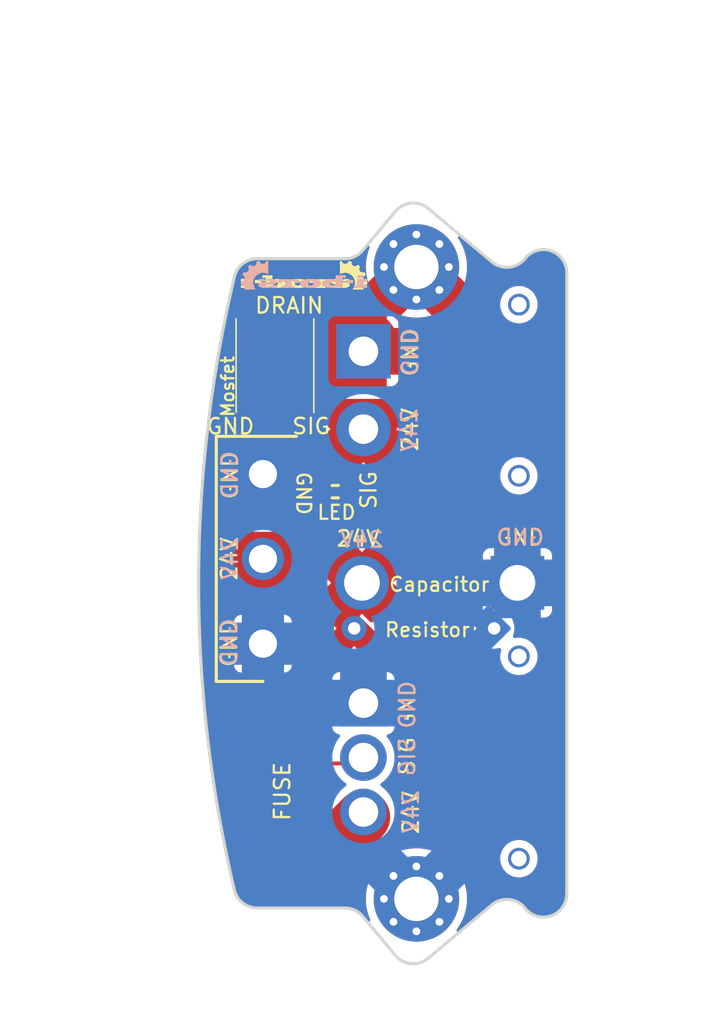
<source format=kicad_pcb>
(kicad_pcb (version 20240108) (generator "pcbnew") (generator_version "8.0")
  (layers (0 "F.Cu" signal) (31 "B.Cu" signal) (34 "B.Paste" user) (35 "F.Paste" user) (36 "B.SilkS" user "B.Silkscreen") (37 "F.SilkS" user "F.Silkscreen") (38 "B.Mask" user) (39 "F.Mask" user) (44 "Edge.Cuts" user))
  (net 0 "")
  (net 1 "SIG")
  (net 2 "Drain")
  (net 3 "GND")
  (net 4 "VOUT")
  (net 5 "VIN")
  (footprint "Varistor:SMLD12EN1WT86C" (layer "F.Cu") (at -76.7 -5.88 180)
    (property "Reference" "LED1" (hide yes))
    (property "Value" "SMLD12EN1WT86C" (hide yes))
  )
  (footprint "Bohrloch:Loch" (layer "F.Cu") (at -71.478241 20.293027)
    (property "Reference" "REF**" (hide yes))
    (property "Value" "Loch" (hide yes))
  )
  (footprint "OptoDevice:R_LDR_D13.8mm_P9.0mm_Vertical" (layer "F.Cu") (at -75.48 2.91)
    (property "Reference" "R1" (hide yes))
    (property "Value" "R" (hide yes))
  )
  (footprint "STPS80170CW:TO545P515X1560X2445-3P" (layer "F.Cu") (at -81.35 3.89 90)
    (property "Reference" "IC1" (hide yes))
    (property "Value" "STPS80170CW" (hide yes))
  )
  (footprint "Justus:mp012928" (layer "F.Cu") (at -80.315 18.18 90)
    (property "Reference" "J4" (hide yes))
    (property "Value" "Conn_01x02_Pin" (hide yes))
  )
  (footprint "Connector_AMASS:AMASS_MR30PW-M_1x03_P3.50mm_Horizontal" (layer "F.Cu") (at -74.887 11.21 -90)
    (property "Reference" "J19" (hide yes))
    (property "Value" "xt30" (hide yes))
  )
  (footprint "Varistor:BSC021N08NS5ATMA1" (layer "F.Cu") (at -80.575 -13.984)
    (property "Reference" "Q1" (hide yes))
    (property "Value" "ISC009N06LM5ATMA1" (hide yes))
  )
  (footprint "Bohrloch:Loch" (layer "F.Cu") (at -71.478241 -20.319363)
    (property "Reference" "REF**" (hide yes))
    (property "Value" "Loch" (hide yes))
  )
  (footprint "Varistor:CAPPRD1000W210D2550H4200" (layer "B.Cu") (at -69.982 -0.018)
    (property "Reference" "C1" (hide yes))
    (property "Value" "ALC80A392BD063" (hide yes))
  )
  (footprint "Connector_AMASS:AMASS_XT30PW-M_1x02_P2.50mm_Horizontal" (layer "B.Cu") (at -74.887 -12.4 90)
    (property "Reference" "REF**" (hide yes))
    (property "Value" "AMASS_XT30PW-M_1x02_P2.50mm_Horizontal" (hide yes))
  )
  (gr_poly (pts (xy -75.244527 -19.787975) (xy -75.246634 -19.787808) (xy -75.248648 -19.787524) (xy -75.250561 -19.78712) (xy -75.252366 -19.786592) (xy -75.253225 -19.786281) (xy -75.254054 -19.785937) (xy -75.254853 -19.78556) (xy -75.255619 -19.785149) (xy -75.256352 -19.784705) (xy -75.257052 -19.784226) (xy -75.257716 -19.783713) (xy -75.258345 -19.783164) (xy -75.258937 -19.782579) (xy -75.259491 -19.781958) (xy -75.260006 -19.7813) (xy -75.260482 -19.780604) (xy -75.260917 -19.779871) (xy -75.26131 -19.7791) (xy -75.26166 -19.77829) (xy -75.261967 -19.777441) (xy -75.26223 -19.776552) (xy -75.262447 -19.775622) (xy -75.262617 -19.774652) (xy -75.26274 -19.773641) (xy -75.262814 -19.772588) (xy -75.262839 -19.771493) (xy -75.262839 -19.622004) (xy -75.262785 -19.620758) (xy -75.26262 -19.619508) (xy -75.262495 -19.618885) (xy -75.262342 -19.618265) (xy -75.262161 -19.617651) (xy -75.261951 -19.617043) (xy -75.261711 -19.616442) (xy -75.261443 -19.615851) (xy -75.261144 -19.61527) (xy -75.260816 -19.614702) (xy -75.260458 -19.614147) (xy -75.26007 -19.613607) (xy -75.259651 -19.613083) (xy -75.259201 -19.612578) (xy -75.258721 -19.612092) (xy -75.258209 -19.611626) (xy -75.257665 -19.611183) (xy -75.25709 -19.610764) (xy -75.256483 -19.61037) (xy -75.255844 -19.610002) (xy -75.255172 -19.609663) (xy -75.254468 -19.609353) (xy -75.25373 -19.609074) (xy -75.25296 -19.608828) (xy -75.252156 -19.608616) (xy -75.251318 -19.608439) (xy -75.250447 -19.608298) (xy -75.249541 -19.608196) (xy -75.248601 -19.608134) (xy -75.247626 -19.608113) (xy -74.90036 -19.608113) (xy -74.898787 -19.60813) (xy -74.897294 -19.608184) (xy -74.895885 -19.608283) (xy -74.894562 -19.608433) (xy -74.893328 -19.608642) (xy -74.892186 -19.608915) (xy -74.891139 -19.60926) (xy -74.890652 -19.609462) (xy -74.89019 -19.609684) (xy -74.889753 -19.609927) (xy -74.889342 -19.610193) (xy -74.888957 -19.610481) (xy -74.888597 -19.610794) (xy -74.888265 -19.611131) (xy -74.887959 -19.611493) (xy -74.887681 -19.611882) (xy -74.887431 -19.612299) (xy -74.887208 -19.612743) (xy -74.887015 -19.613217) (xy -74.88685 -19.61372) (xy -74.886714 -19.614253) (xy -74.886607 -19.614819) (xy -74.886531 -19.615416) (xy -74.886485 -19.616047) (xy -74.88647 -19.616712) (xy -74.88647 -19.778108) (xy -74.886485 -19.778544) (xy -74.886531 -19.778982) (xy -74.886609 -19.779422) (xy -74.886716 -19.779863) (xy -74.886855 -19.780304) (xy -74.887023 -19.780743) (xy -74.887222 -19.781179) (xy -74.887451 -19.781611) (xy -74.887711 -19.782039) (xy -74.888 -19.782461) (xy -74.888319 -19.782875) (xy -74.888667 -19.783282) (xy -74.889045 -19.783679) (xy -74.889453 -19.784066) (xy -74.88989 -19.784442) (xy -74.890356 -19.784805) (xy -74.890851 -19.785155) (xy -74.891375 -19.78549) (xy -74.891928 -19.785809) (xy -74.892509 -19.786111) (xy -74.893119 -19.786396) (xy -74.893758 -19.786661) (xy -74.894425 -19.786906) (xy -74.89512 -19.78713) (xy -74.895844 -19.787332) (xy -74.896595 -19.787511) (xy -74.897374 -19.787665) (xy -74.898181 -19.787793) (xy -74.899015 -19.787895) (xy -74.899877 -19.787969) (xy -74.900767 -19.788014) (xy -74.901683 -19.78803) (xy -75.242334 -19.78803)) (stroke (width -0.000001)) (fill solid) (layer "B.SilkS"))
  (gr_poly (pts (xy -81.109614 -20.707622) (xy -81.111936 -20.707506) (xy -81.114173 -20.707279) (xy -81.116329 -20.706939) (xy -81.118407 -20.706485) (xy -81.120411 -20.705915) (xy -81.122343 -20.705227) (xy -81.124207 -20.704419) (xy -81.126006 -20.703488) (xy -81.127743 -20.702434) (xy -81.129421 -20.701253) (xy -81.131043 -20.699945) (xy -81.132613 -20.698507) (xy -81.134133 -20.696937) (xy -81.135607 -20.695233) (xy -81.137038 -20.693393) (xy -81.138429 -20.691417) (xy -81.139783 -20.6893) (xy -81.141104 -20.687042) (xy -81.143656 -20.682094) (xy -81.146112 -20.676557) (xy -81.148496 -20.670415) (xy -81.150791 -20.664268) (xy -81.153215 -20.658227) (xy -81.155773 -20.652291) (xy -81.158469 -20.646458) (xy -81.161309 -20.640725) (xy -81.164297 -20.635092) (xy -81.167438 -20.629555) (xy -81.170737 -20.624113) (xy -81.174199 -20.618764) (xy -81.177828 -20.613507) (xy -81.18163 -20.608338) (xy -81.18561 -20.603257) (xy -81.189771 -20.59826) (xy -81.194119 -20.593348) (xy -81.19866 -20.588516) (xy -81.203397 -20.583764) (xy -81.212442 -20.575335) (xy -81.221717 -20.567646) (xy -81.231219 -20.560678) (xy -81.240945 -20.554412) (xy -81.250891 -20.548828) (xy -81.261056 -20.543906) (xy -81.271436 -20.539628) (xy -81.282028 -20.535974) (xy -81.292829 -20.532924) (xy -81.303836 -20.53046) (xy -81.315047 -20.528561) (xy -81.326459 -20.527209) (xy -81.338068 -20.526385) (xy -81.349872 -20.526067) (xy -81.361868 -20.526239) (xy -81.374053 -20.526879) (xy -81.382323 -20.527609) (xy -81.39051 -20.528565) (xy -81.398607 -20.529755) (xy -81.406609 -20.531189) (xy -81.414511 -20.532874) (xy -81.422306 -20.53482) (xy -81.429989 -20.537036) (xy -81.437553 -20.539529) (xy -81.444994 -20.54231) (xy -81.452305 -20.545385) (xy -81.45948 -20.548765) (xy -81.466513 -20.552459) (xy -81.473399 -20.556473) (xy -81.480132 -20.560819) (xy -81.486707 -20.565503) (xy -81.493116 -20.570535) (xy -81.496535 -20.573463) (xy -81.499852 -20.576536) (xy -81.503072 -20.579742) (xy -81.506201 -20.583072) (xy -81.509244 -20.586513) (xy -81.512208 -20.590057) (xy -81.515098 -20.593692) (xy -81.517921 -20.597407) (xy -81.520681 -20.601192) (xy -81.523385 -20.605035) (xy -81.528649 -20.612858) (xy -81.533757 -20.620789) (xy -81.538757 -20.628743) (xy -81.54044 -20.631626) (xy -81.542025 -20.634566) (xy -81.543521 -20.637558) (xy -81.544937 -20.640598) (xy -81.546284 -20.64368) (xy -81.54757 -20.6468) (xy -81.550001 -20.653135) (xy -81.554569 -20.666043) (xy -81.556861 -20.67254) (xy -81.559261 -20.679014) (xy -81.561017 -20.683264) (xy -81.561912 -20.68523) (xy -81.562823 -20.687091) (xy -81.563752 -20.68885) (xy -81.564702 -20.690508) (xy -81.565674 -20.692065) (xy -81.566672 -20.693525) (xy -81.567698 -20.694887) (xy -81.568755 -20.696155) (xy -81.569845 -20.697328) (xy -81.57097 -20.698408) (xy -81.572134 -20.699398) (xy -81.573339 -20.700298) (xy -81.574587 -20.701109) (xy -81.575881 -20.701834) (xy -81.577223 -20.702474) (xy -81.578617 -20.70303) (xy -81.580064 -20.703504) (xy -81.581567 -20.703896) (xy -81.583128 -20.70421) (xy -81.584751 -20.704445) (xy -81.586438 -20.704603) (xy -81.58819 -20.704687) (xy -81.590012 -20.704697) (xy -81.591905 -20.704635) (xy -81.593872 -20.704502) (xy -81.595915 -20.704299) (xy -81.600241 -20.703693) (xy -81.604903 -20.702827) (xy -81.616809 -20.700457) (xy -81.628715 -20.698258) (xy -81.652527 -20.694062) (xy -81.664434 -20.69191) (xy -81.67634 -20.689618) (xy -81.688246 -20.687109) (xy -81.700153 -20.684306) (xy -81.709564 -20.681923) (xy -81.71821 -20.679444) (xy -81.726097 -20.676805) (xy -81.733236 -20.67394) (xy -81.736527 -20.672402) (xy -81.739634 -20.670784) (xy -81.742559 -20.669076) (xy -81.745301 -20.667272) (xy -81.747863 -20.665363) (xy -81.750245 -20.66334) (xy -81.752449 -20.661196) (xy -81.754475 -20.658922) (xy -81.756325 -20.656511) (xy -81.757999 -20.653954) (xy -81.7595 -20.651244) (xy -81.760827 -20.648371) (xy -81.761983 -20.645329) (xy -81.762967 -20.642108) (xy -81.763782 -20.638701) (xy -81.764428 -20.635099) (xy -81.764906 -20.631296) (xy -81.765218 -20.627281) (xy -81.765364 -20.623048) (xy -81.765346 -20.618588) (xy -81.765165 -20.613892) (xy -81.764821 -20.608954) (xy -81.763652 -20.598316) (xy -81.762602 -20.588269) (xy -81.762161 -20.57846) (xy -81.762307 -20.568879) (xy -81.763012 -20.559518) (xy -81.764252 -20.550365) (xy -81.766001 -20.541413) (xy -81.768235 -20.53265) (xy -81.770929 -20.524068) (xy -81.774056 -20.515656) (xy -81.777592 -20.507404) (xy -81.781512 -20.499305) (xy -81.785791 -20.491346) (xy -81.790403 -20.483519) (xy -81.795323 -20.475815) (xy -81.800525 -20.468222) (xy -81.805986 -20.460733) (xy -81.811566 -20.453701) (xy -81.81739 -20.446984) (xy -81.823452 -20.440574) (xy -81.829747 -20.434461) (xy -81.836271 -20.428634) (xy -81.843019 -20.423084) (xy -81.849985 -20.417802) (xy -81.857166 -20.412777) (xy -81.864557 -20.408001) (xy -81.872151 -20.403462) (xy -81.879945 -20.399153) (xy -81.887934 -20.395062) (xy -81.896113 -20.391181) (xy -81.904477 -20.3875) (xy -81.913021 -20.384008) (xy -81.921741 -20.380696) (xy -81.930508 -20.377748) (xy -81.939201 -20.375339) (xy -81.947822 -20.373451) (xy -81.956374 -20.372066) (xy -81.964861 -20.371166) (xy -81.973284 -20.370732) (xy -81.981647 -20.370745) (xy -81.989954 -20.371188) (xy -81.998206 -20.372041) (xy -82.006406 -20.373287) (xy -82.014558 -20.374907) (xy -82.022665 -20.376883) (xy -82.030729 -20.379195) (xy -82.038753 -20.381827) (xy -82.046741 -20.384759) (xy -82.054694 -20.387972) (xy -82.059376 -20.390195) (xy -82.063996 -20.392634) (xy -82.068554 -20.395274) (xy -82.07305 -20.398101) (xy -82.077483 -20.401098) (xy -82.081855 -20.404251) (xy -82.086165 -20.407542) (xy -82.090413 -20.410958) (xy -82.094598 -20.414482) (xy -82.098722 -20.4181) (xy -82.106784 -20.425552) (xy -82.114597 -20.433189) (xy -82.122163 -20.440889) (xy -82.127348 -20.445896) (xy -82.132268 -20.45025) (xy -82.134643 -20.452182) (xy -82.136967 -20.453949) (xy -82.139248 -20.455553) (xy -82.14149 -20.456991) (xy -82.143699 -20.458266) (xy -82.145881 -20.459375) (xy -82.148041 -20.460319) (xy -82.150184 -20.461097) (xy -82.152317 -20.46171) (xy -82.154445 -20.462157) (xy -82.156574 -20.462438) (xy -82.158708 -20.462552) (xy -82.160854 -20.4625) (xy -82.163018 -20.46228) (xy -82.165204 -20.461894) (xy -82.167418 -20.46134) (xy -82.169667 -20.460619) (xy -82.171954 -20.459729) (xy -82.174287 -20.458672) (xy -82.176671 -20.457446) (xy -82.179111 -20.456052) (xy -82.181612 -20.454489) (xy -82.184181 -20.452756) (xy -82.186823 -20.450855) (xy -82.192347 -20.446543) (xy -82.19823 -20.441551) (xy -82.207772 -20.433206) (xy -82.217516 -20.425024) (xy -82.227415 -20.416982) (xy -82.237422 -20.409056) (xy -82.277606 -20.378051) (xy -82.280266 -20.375933) (xy -82.28279 -20.373795) (xy -82.285178 -20.371638) (xy -82.287428 -20.369462) (xy -82.28954 -20.367266) (xy -82.291513 -20.365051) (xy -82.293347 -20.362817) (xy -82.295041 -20.360563) (xy -82.296595 -20.35829) (xy -82.298007 -20.355998) (xy -82.299278 -20.353686) (xy -82.300406 -20.351355) (xy -82.301392 -20.349004) (xy -82.302234 -20.346634) (xy -82.302932 -20.344245) (xy -82.303485 -20.341836) (xy -82.303893 -20.339408) (xy -82.304154 -20.33696) (xy -82.30427 -20.334493) (xy -82.304238 -20.332007) (xy -82.304058 -20.329501) (xy -82.30373 -20.326976) (xy -82.303253 -20.324432) (xy -82.302627 -20.321868) (xy -82.30185 -20.319285) (xy -82.300923 -20.316682) (xy -82.299844 -20.31406) (xy -82.298613 -20.311419) (xy -82.297229 -20.308758) (xy -82.295693 -20.306078) (xy -82.294002 -20.303379) (xy -82.292157 -20.30066) (xy -82.287145 -20.293165) (xy -82.282528 -20.285451) (xy -82.278302 -20.277535) (xy -82.274467 -20.269433) (xy -82.271021 -20.261164) (xy -82.267962 -20.252743) (xy -82.26529 -20.244188) (xy -82.263001 -20.235517) (xy -82.259571 -20.217891) (xy -82.257659 -20.200003) (xy -82.257253 -20.181989) (xy -82.25834 -20.163986) (xy -82.260907 -20.14613) (xy -82.264943 -20.128558) (xy -82.270434 -20.111407) (xy -82.277367 -20.094812) (xy -82.281371 -20.086767) (xy -82.285731 -20.078911) (xy -82.290445 -20.071264) (xy -82.295512 -20.063841) (xy -82.30093 -20.05666) (xy -82.306698 -20.049738) (xy -82.312814 -20.043092) (xy -82.319277 -20.036738) (xy -82.330627 -20.026608) (xy -82.342114 -20.017308) (xy -82.35375 -20.008845) (xy -82.365548 -20.001226) (xy -82.37752 -19.99446) (xy -82.389679 -19.988555) (xy -82.402038 -19.983518) (xy -82.414609 -19.979357) (xy -82.427405 -19.976079) (xy -82.440439 -19.973693) (xy -82.453722 -19.972206) (xy -82.467268 -19.971626) (xy -82.481089 -19.97196) (xy -82.495197 -19.973217) (xy -82.509607 -19.975405) (xy -82.524329 -19.97853) (xy -82.528325 -19.979556) (xy -82.532359 -19.980659) (xy -82.53641 -19.981855) (xy -82.540452 -19.98316) (xy -82.544463 -19.984589) (xy -82.548421 -19.986157) (xy -82.550372 -19.986999) (xy -82.5523 -19.987881) (xy -82.554204 -19.988805) (xy -82.556079 -19.989775) (xy -82.557736 -19.990653) (xy -82.559358 -19.991428) (xy -82.560946 -19.992103) (xy -82.5625 -19.99268) (xy -82.56402 -19.99316) (xy -82.565506 -19.993546) (xy -82.566958 -19.99384) (xy -82.568378 -19.994043) (xy -82.569764 -19.994158) (xy -82.571118 -19.994187) (xy -82.57244 -19.994132) (xy -82.573729 -19.993995) (xy -82.574986 -19.993778) (xy -82.576212 -19.993484) (xy -82.577406 -19.993113) (xy -82.578568 -19.992668) (xy -82.5797 -19.992152) (xy -82.580801 -19.991567) (xy -82.581872 -19.990913) (xy -82.582912 -19.990194) (xy -82.583922 -19.989412) (xy -82.584902 -19.988568) (xy -82.585853 -19.987665) (xy -82.586775 -19.986705) (xy -82.588531 -19.984621) (xy -82.590172 -19.982332) (xy -82.591702 -19.979855) (xy -82.593121 -19.977207) (xy -82.610835 -19.943059) (xy -82.628178 -19.908911) (xy -82.645025 -19.874516) (xy -82.653223 -19.857147) (xy -82.661251 -19.839624) (xy -82.661527 -19.838917) (xy -82.661735 -19.838163) (xy -82.661878 -19.837365) (xy -82.661959 -19.836526) (xy -82.66198 -19.835649) (xy -82.661943 -19.834737) (xy -82.661851 -19.833794) (xy -82.661706 -19.832823) (xy -82.661267 -19.830808) (xy -82.660647 -19.828717) (xy -82.659863 -19.826576) (xy -82.658936 -19.82441) (xy -82.657885 -19.822244) (xy -82.656729 -19.820103) (xy -82.655488 -19.818012) (xy -82.654182 -19.815997) (xy -82.652828 -19.814083) (xy -82.651448 -19.812294) (xy -82.65006 -19.810657) (xy -82.648683 -19.809196) (xy -82.590475 -19.755618) (xy -82.580629 -19.744843) (xy -82.571677 -19.733847) (xy -82.563613 -19.722626) (xy -82.55643 -19.711177) (xy -82.550123 -19.699494) (xy -82.544686 -19.687576) (xy -82.540114 -19.675417) (xy -82.5364 -19.663014) (xy -82.533539 -19.650363) (xy -82.531525 -19.63746) (xy -82.530351 -19.624301) (xy -82.530013 -19.610883) (xy -82.530504 -19.597201) (xy -82.531819 -19.583252) (xy -82.533952 -19.569031) (xy -82.536897 -19.554535) (xy -82.538771 -19.546814) (xy -82.540916 -19.539276) (xy -82.543322 -19.531919) (xy -82.545981 -19.524738) (xy -82.548885 -19.517733) (xy -82.552024 -19.510898) (xy -82.555389 -19.504232) (xy -82.558973 -19.497732) (xy -82.562765 -19.491395) (xy -82.566759 -19.485218) (xy -82.570944 -19.479197) (xy -82.575312 -19.473331) (xy -82.579855 -19.467615) (xy -82.584564 -19.462048) (xy -82.589429 -19.456627) (xy -82.594443 -19.451347) (xy -82.600657 -19.445331) (xy -82.607139 -19.439679) (xy -82.613874 -19.434383) (xy -82.62085 -19.429437) (xy -82.628055 -19.424831) (xy -82.635476 -19.420559) (xy -82.6431 -19.416612) (xy -82.650915 -19.412983) (xy -82.658909 -19.409664) (xy -82.667068 -19.406647) (xy -82.67538 -19.403925) (xy -82.683833 -19.40149) (xy -82.692414 -19.399334) (xy -82.70111 -19.397449) (xy -82.709909 -19.395828) (xy -82.718797 -19.394462) (xy -82.721351 -19.394182) (xy -82.72403 -19.394051) (xy -82.72965 -19.394028) (xy -82.735424 -19.393974) (xy -82.738297 -19.393804) (xy -82.741122 -19.39347) (xy -82.743869 -19.392919) (xy -82.745204 -19.392545) (xy -82.746509 -19.392098) (xy -82.74778 -19.39157) (xy -82.749014 -19.390955) (xy -82.750206 -19.390247) (xy -82.751354 -19.389439) (xy -82.752453 -19.388524) (xy -82.7535 -19.387496) (xy -82.754491 -19.386349) (xy -82.755423 -19.385075) (xy -82.756292 -19.383669) (xy -82.757094 -19.382123) (xy -82.757827 -19.380431) (xy -82.758485 -19.378587) (xy -82.759141 -19.376727) (xy -82.759861 -19.374865) (xy -82.76143 -19.371135) (xy -82.763078 -19.36739) (xy -82.764686 -19.363622) (xy -82.765439 -19.361726) (xy -82.766139 -19.359822) (xy -82.766772 -19.357908) (xy -82.767322 -19.355984) (xy -82.767775 -19.354048) (xy -82.768116 -19.352099) (xy -82.768332 -19.350137) (xy -82.768407 -19.34816) (xy -82.768675 -19.315811) (xy -82.768572 -19.283337) (xy -82.767745 -19.218514) (xy -82.76768 -19.214886) (xy -82.76747 -19.211444) (xy -82.767096 -19.208185) (xy -82.766536 -19.205109) (xy -82.766181 -19.20364) (xy -82.765771 -19.202216) (xy -82.765305 -19.200837) (xy -82.76478 -19.199504) (xy -82.764194 -19.198215) (xy -82.763544 -19.196972) (xy -82.762826 -19.195773) (xy -82.76204 -19.194619) (xy -82.761182 -19.19351) (xy -82.76025 -19.192445) (xy -82.759241 -19.191424) (xy -82.758153 -19.190447) (xy -82.756983 -19.189515) (xy -82.755728 -19.188627) (xy -82.754387 -19.187782) (xy -82.752956 -19.186981) (xy -82.751433 -19.186224) (xy -82.749815 -19.18551) (xy -82.7481 -19.18484) (xy -82.746286 -19.184213) (xy -82.744369 -19.183629) (xy -82.742347 -19.183088) (xy -82.740219 -19.182589) (xy -82.73798 -19.182134) (xy -82.708535 -19.176419) (xy -82.693762 -19.173448) (xy -82.679028 -19.170145) (xy -82.664387 -19.166315) (xy -82.657118 -19.164141) (xy -82.649893 -19.161763) (xy -82.642718 -19.159157) (xy -82.6356 -19.156297) (xy -82.628547 -19.153161) (xy -82.621564 -19.149723) (xy -82.614591 -19.145981) (xy -82.608041 -19.141959) (xy -82.601889 -19.137672) (xy -82.596108 -19.133134) (xy -82.590671 -19.12836) (xy -82.585554 -19.123364) (xy -82.580729 -19.11816) (xy -82.576171 -19.112764) (xy -82.571853 -19.107189) (xy -82.567749 -19.10145) (xy -82.563833 -19.095563) (xy -82.560079 -19.08954) (xy -82.55646 -19.083398) (xy -82.552951 -19.077149) (xy -82.546157 -19.064395) (xy -82.544481 -19.060892) (xy -82.542916 -19.057334) (xy -82.54145 -19.053728) (xy -82.54007 -19.05008) (xy -82.537518 -19.042687) (xy -82.53516 -19.035208) (xy -82.530623 -19.020211) (xy -82.528242 -19.012802) (xy -82.525652 -19.005525) (xy -82.523111 -18.998362) (xy -82.521168 -18.991257) (xy -82.519785 -18.984206) (xy -82.518924 -18.977206) (xy -82.518547 -18.970252) (xy -82.518617 -18.963341) (xy -82.519097 -18.956469) (xy -82.519947 -18.949631) (xy -82.52113 -18.942825) (xy -82.52261 -18.936046) (xy -82.524346 -18.92929) (xy -82.526303 -18.922553) (xy -82.530725 -18.909122) (xy -82.535574 -18.895723) (xy -82.536785 -18.892466) (xy -82.537951 -18.889139) (xy -82.539085 -18.885735) (xy -82.540204 -18.882245) (xy -82.544834 -18.86728) (xy -81.833106 -18.86728) (xy -81.832391 -18.868927) (xy -81.83173 -18.870411) (xy -81.830542 -18.872985) (xy -81.829477 -18.875186) (xy -81.828474 -18.877202) (xy -81.849227 -18.912507) (xy -81.854551 -18.921353) (xy -81.860007 -18.930129) (xy -81.865634 -18.938796) (xy -81.871469 -18.947316) (xy -81.877941 -18.956424) (xy -81.884209 -18.965641) (xy -81.890269 -18.974966) (xy -81.896119 -18.984399) (xy -81.901756 -18.993941) (xy -81.907176 -19.003592) (xy -81.912378 -19.013351) (xy -81.917358 -19.023219) (xy -81.922113 -19.033195) (xy -81.92664 -19.043279) (xy -81.930937 -19.053472) (xy -81.935 -19.063774) (xy -81.938827 -19.074184) (xy -81.942414 -19.084703) (xy -81.945759 -19.09533) (xy -81.948859 -19.106066) (xy -81.953951 -19.125553) (xy -81.958556 -19.14507) (xy -81.96267 -19.164616) (xy -81.966285 -19.184191) (xy -81.969396 -19.203792) (xy -81.971997 -19.22342) (xy -81.974083 -19.243072) (xy -81.975648 -19.262749) (xy -81.976686 -19.282449) (xy -81.977191 -19.302172) (xy -81.977157 -19.321916) (xy -81.976578 -19.34168) (xy -81.97545 -19.361463) (xy -81.973765 -19.381265) (xy -81.971518 -19.401085) (xy -81.968703 -19.42092) (xy -81.966256 -19.434866) (xy -81.963392 -19.448677) (xy -81.960126 -19.462358) (xy -81.956476 -19.475914) (xy -81.952458 -19.489351) (xy -81.948088 -19.502671) (xy -81.943382 -19.515882) (xy -81.938358 -19.528986) (xy -81.933032 -19.54199) (xy -81.92742 -19.554898) (xy -81.915404 -19.580446) (xy -81.902442 -19.605668) (xy -81.888667 -19.630603) (xy -81.883856 -19.638829) (xy -81.878861 -19.646899) (xy -81.873699 -19.654825) (xy -81.868389 -19.662621) (xy -81.857389 -19.677879) (xy -81.846002 -19.69278) (xy -81.79937 -19.750988) (xy -81.794893 -19.75634) (xy -81.790161 -19.761491) (xy -81.785196 -19.766461) (xy -81.780022 -19.771266) (xy -81.774662 -19.775924) (xy -81.769139 -19.780451) (xy -81.763477 -19.784867) (xy -81.757698 -19.789187) (xy -81.710073 -19.822426) (xy -81.70155 -19.828315) (xy -81.692865 -19.834073) (xy -81.68404 -19.839692) (xy -81.675098 -19.845163) (xy -81.666064 -19.850479) (xy -81.65696 -19.855633) (xy -81.647809 -19.860616) (xy -81.638635 -19.86542) (xy -81.607453 -19.881213) (xy -81.591859 -19.888954) (xy -81.57621 -19.896509) (xy -81.560468 -19.903816) (xy -81.544594 -19.910813) (xy -81.52855 -19.917438) (xy -81.512296 -19.923629) (xy -81.49302 -19.93022) (xy -81.483259 -19.933236) (xy -81.473426 -19.936052) (xy -81.463526 -19.938659) (xy -81.453568 -19.941046) (xy -81.443557 -19.943205) (xy -81.433501 -19.945126) (xy -81.423406 -19.946799) (xy -81.413279 -19.948214) (xy -81.403126 -19.949361) (xy -81.392955 -19.950232) (xy -81.382773 -19.950815) (xy -81.372586 -19.951103) (xy -81.362401 -19.951083) (xy -81.352224 -19.950749) (xy -81.333841 -19.949621) (xy -81.31542 -19.947803) (xy -81.296983 -19.945412) (xy -81.278554 -19.942563) (xy -81.260156 -19.939373) (xy -81.241812 -19.935959) (xy -81.20538 -19.92892) (xy -81.192235 -19.926233) (xy -81.179098 -19.923174) (xy -81.165976 -19.919805) (xy -81.152877 -19.916187) (xy -81.126781 -19.908457) (xy -81.100871 -19.900478) (xy -81.098529 -19.899659) (xy -81.096214 -19.898703) (xy -81.093923 -19.897626) (xy -81.091651 -19.896447) (xy -81.089395 -19.895182) (xy -81.08715 -19.89385) (xy -81.08268 -19.891052) (xy -81.07821 -19.888192) (xy -81.073709 -19.885409) (xy -81.071437 -19.88409) (xy -81.069146 -19.882843) (xy -81.066831 -19.881685) (xy -81.06449 -19.880634) (xy -81.061877 -19.879679) (xy -81.059246 -19.878793) (xy -81.053917 -19.877192) (xy -81.04848 -19.875762) (xy -81.04291 -19.874433) (xy -81.031283 -19.871797) (xy -81.025178 -19.870352) (xy -81.018849 -19.868728) (xy -81.01611 -19.897977) (xy -81.013309 -19.925613) (xy -81.012099 -19.939021) (xy -81.011129 -19.952258) (xy -81.010484 -19.965401) (xy -81.01025 -19.97853) (xy -81.009589 -20.64991) (xy -81.009711 -20.65735) (xy -81.010098 -20.664065) (xy -81.010784 -20.670093) (xy -81.011249 -20.672861) (xy -81.011801 -20.675469) (xy -81.012444 -20.677924) (xy -81.013182 -20.680229) (xy -81.01402 -20.682389) (xy -81.014961 -20.684408) (xy -81.01601 -20.686291) (xy -81.01717 -20.688043) (xy -81.018446 -20.689667) (xy -81.019842 -20.691168) (xy -81.021362 -20.692552) (xy -81.02301 -20.693822) (xy -81.02479 -20.694982) (xy -81.026707 -20.696038) (xy -81.028764 -20.696993) (xy -81.030966 -20.697853) (xy -81.033317 -20.698621) (xy -81.03582 -20.699302) (xy -81.038481 -20.699901) (xy -81.041302 -20.700423) (xy -81.047445 -20.701249) (xy -81.054281 -20.701818) (xy -81.061845 -20.702165) (xy -81.065097 -20.702197) (xy -81.068387 -20.7023) (xy -81.071693 -20.702479) (xy -81.074991 -20.702744) (xy -81.078259 -20.703102) (xy -81.081471 -20.70356) (xy -81.084607 -20.704128) (xy -81.087641 -20.704811) (xy -81.093746 -20.706111) (xy -81.099426 -20.707023) (xy -81.104707 -20.707532) (xy -81.107206 -20.70763)) (stroke (width -0.000001)) (fill solid) (layer "B.SilkS"))
  (gr_poly (pts (xy -75.963346 -19.493665) (xy -75.964032 -19.493619) (xy -75.964719 -19.493541) (xy -75.965405 -19.493431) (xy -75.966088 -19.493291) (xy -75.966768 -19.493118) (xy -75.967442 -19.492914) (xy -75.968109 -19.492678) (xy -75.968767 -19.49241) (xy -75.969415 -19.49211) (xy -75.970051 -19.491778) (xy -75.970673 -19.491413) (xy -75.971281 -19.491016) (xy -75.971872 -19.490587) (xy -75.972444 -19.490124) (xy -75.972997 -19.489629) (xy -75.973529 -19.489101) (xy -75.974038 -19.48854) (xy -75.974522 -19.487946) (xy -75.974981 -19.487318) (xy -75.975411 -19.486657) (xy -75.975813 -19.485962) (xy -75.976183 -19.485234) (xy -75.976522 -19.484472) (xy -75.976826 -19.483676) (xy -75.977095 -19.482846) (xy -75.977327 -19.481982) (xy -75.977521 -19.481083) (xy -75.977674 -19.48015) (xy -75.977785 -19.479183) (xy -75.977853 -19.478181) (xy -75.977876 -19.477144) (xy -75.977876 -19.285983) (xy -75.977856 -19.285192) (xy -75.977798 -19.284432) (xy -75.977699 -19.283702) (xy -75.977561 -19.283002) (xy -75.977381 -19.282332) (xy -75.977161 -19.281691) (xy -75.976899 -19.281079) (xy -75.976594 -19.280495) (xy -75.976247 -19.279939) (xy -75.975857 -19.279411) (xy -75.975423 -19.27891) (xy -75.974946 -19.278437) (xy -75.974423 -19.27799) (xy -75.973856 -19.277569) (xy -75.973243 -19.277174) (xy -75.972584 -19.276805) (xy -75.971879 -19.276461) (xy -75.971126 -19.276142) (xy -75.970326 -19.275847) (xy -75.969478 -19.275577) (xy -75.968582 -19.27533) (xy -75.967637 -19.275106) (xy -75.966642 -19.274906) (xy -75.965597 -19.274728) (xy -75.964502 -19.274572) (xy -75.963357 -19.274438) (xy -75.962159 -19.274326) (xy -75.96091 -19.274236) (xy -75.958255 -19.274116) (xy -75.955386 -19.274077) (xy -75.55785 -19.274077) (xy -75.556869 -19.274096) (xy -75.555912 -19.274154) (xy -75.55498 -19.274251) (xy -75.554072 -19.274387) (xy -75.55319 -19.274561) (xy -75.552333 -19.274774) (xy -75.551502 -19.275026) (xy -75.550698 -19.275317) (xy -75.549921 -19.275646) (xy -75.549171 -19.276014) (xy -75.54845 -19.276421) (xy -75.547757 -19.276867) (xy -75.547094 -19.277352) (xy -75.54646 -19.277875) (xy -75.545856 -19.278437) (xy -75.545282 -19.279038) (xy -75.544739 -19.279677) (xy -75.544228 -19.280355) (xy -75.543749 -19.281072) (xy -75.543303 -19.281828) (xy -75.542889 -19.282623) (xy -75.542509 -19.283456) (xy -75.542163 -19.284328) (xy -75.541851 -19.285239) (xy -75.541574 -19.286188) (xy -75.541332 -19.287177) (xy -75.541126 -19.288204) (xy -75.540957 -19.28927) (xy -75.540824 -19.290374) (xy -75.540729 -19.291518) (xy -75.540671 -19.2927) (xy -75.540652 -19.29392) (xy -75.540652 -19.481774) (xy -75.540673 -19.482391) (xy -75.540737 -19.482998) (xy -75.540842 -19.483597) (xy -75.540989 -19.484185) (xy -75.541177 -19.484763) (xy -75.541406 -19.485329) (xy -75.541676 -19.485884) (xy -75.541985 -19.486425) (xy -75.542334 -19.486953) (xy -75.542723 -19.487467) (xy -75.54315 -19.487966) (xy -75.543617 -19.488449) (xy -75.544121 -19.488915) (xy -75.544664 -19.489364) (xy -75.545244 -19.489795) (xy -75.545861 -19.490208) (xy -75.546515 -19.490601) (xy -75.547205 -19.490975) (xy -75.547932 -19.491327) (xy -75.548694 -19.491658) (xy -75.549492 -19.491966) (xy -75.550324 -19.492252) (xy -75.551191 -19.492513) (xy -75.552093 -19.492751) (xy -75.553028 -19.492963) (xy -75.553997 -19.493149) (xy -75.555 -19.493308) (xy -75.556035 -19.493441) (xy -75.557102 -19.493545) (xy -75.558202 -19.49362) (xy -75.559333 -19.493665) (xy -75.560495 -19.493681) (xy -75.962662 -19.493681)) (stroke (width -0.000001)) (fill solid) (layer "B.SilkS"))
  (gr_poly (pts (xy -80.355541 -19.535334) (xy -80.356932 -19.535264) (xy -80.358253 -19.535122) (xy -80.358886 -19.535017) (xy -80.3595 -19.534888) (xy -80.360095 -19.53473) (xy -80.36067 -19.534541) (xy -80.361224 -19.534319) (xy -80.361758 -19.534062) (xy -80.362271 -19.533766) (xy -80.362761 -19.53343) (xy -80.36323 -19.53305) (xy -80.363675 -19.532624) (xy -80.364098 -19.53215) (xy -80.364496 -19.531625) (xy -80.364871 -19.531046) (xy -80.365221 -19.530411) (xy -80.365545 -19.529718) (xy -80.365844 -19.528963) (xy -80.366117 -19.528145) (xy -80.366363 -19.52726) (xy -80.366582 -19.526307) (xy -80.366773 -19.525282) (xy -80.366936 -19.524183) (xy -80.367071 -19.523008) (xy -80.367176 -19.521754) (xy -80.367252 -19.520419) (xy -80.367298 -19.518999) (xy -80.367313 -19.517493) (xy -80.367313 -19.305165) (xy -80.367289 -19.304159) (xy -80.367214 -19.303134) (xy -80.367082 -19.302101) (xy -80.36689 -19.301072) (xy -80.366631 -19.300059) (xy -80.366302 -19.299073) (xy -80.365897 -19.298125) (xy -80.365665 -19.297669) (xy -80.365412 -19.297228) (xy -80.365137 -19.296802) (xy -80.364841 -19.296392) (xy -80.364522 -19.296002) (xy -80.364181 -19.295631) (xy -80.363815 -19.295281) (xy -80.363425 -19.294955) (xy -80.36301 -19.294652) (xy -80.362569 -19.294375) (xy -80.362103 -19.294125) (xy -80.361609 -19.293904) (xy -80.361089 -19.293713) (xy -80.36054 -19.293554) (xy -80.359963 -19.293427) (xy -80.359356 -19.293335) (xy -80.35872 -19.293278) (xy -80.358053 -19.293259) (xy -80.117282 -19.293259) (xy -80.115611 -19.293277) (xy -80.11483 -19.29332) (xy -80.114088 -19.293404) (xy -80.113733 -19.293465) (xy -80.113389 -19.293542) (xy -80.113056 -19.293635) (xy -80.112735 -19.293747) (xy -80.112427 -19.29388) (xy -80.11213 -19.294034) (xy -80.111847 -19.294213) (xy -80.111577 -19.294417) (xy -80.11132 -19.294647) (xy -80.111077 -19.294907) (xy -80.110849 -19.295197) (xy -80.110635 -19.29552) (xy -80.110436 -19.295876) (xy -80.110253 -19.296268) (xy -80.110085 -19.296697) (xy -80.109933 -19.297166) (xy -80.109798 -19.297675) (xy -80.10968 -19.298226) (xy -80.109579 -19.298821) (xy -80.109495 -19.299463) (xy -80.10943 -19.300151) (xy -80.109382 -19.300889) (xy -80.109354 -19.301678) (xy -80.109344 -19.302519) (xy -80.109344 -19.400415) (xy -79.895031 -19.400415) (xy -79.895031 -19.112681) (xy -80.079578 -19.112681) (xy -80.079578 -19.112019) (xy -80.081961 -19.111983) (xy -80.083073 -19.111932) (xy -80.084126 -19.111854) (xy -80.085118 -19.111745) (xy -80.086043 -19.111601) (xy -80.086899 -19.111418) (xy -80.087681 -19.111192) (xy -80.088386 -19.110921) (xy -80.08901 -19.110598) (xy -80.08929 -19.110417) (xy -80.089548 -19.110222) (xy -80.089784 -19.110012) (xy -80.089997 -19.109787) (xy -80.090186 -19.109546) (xy -80.090353 -19.10929) (xy -80.090494 -19.109017) (xy -80.090612 -19.108727) (xy -80.090704 -19.10842) (xy -80.09077 -19.108095) (xy -80.09081 -19.107751) (xy -80.090823 -19.107389) (xy -80.090823 -18.979066) (xy -80.09081 -18.978704) (xy -80.09077 -18.97836) (xy -80.090704 -18.978035) (xy -80.090612 -18.977728) (xy -80.090494 -18.977438) (xy -80.090353 -18.977165) (xy -80.090186 -18.976909) (xy -80.089997 -18.976668) (xy -80.089784 -18.976444) (xy -80.089548 -18.976234) (xy -80.08929 -18.976038) (xy -80.08901 -18.975857) (xy -80.088708 -18.975689) (xy -80.088386 -18.975535) (xy -80.088044 -18.975393) (xy -80.087681 -18.975263) (xy -80.0873 -18.975144) (xy -80.086899 -18.975037) (xy -80.08648 -18.974941) (xy -80.086043 -18.974855) (xy -80.085589 -18.974778) (xy -80.085118 -18.97471) (xy -80.08463 -18.974652) (xy -80.084126 -18.974601) (xy -80.083073 -18.974523) (xy -80.081961 -18.974472) (xy -80.080795 -18.974444) (xy -80.079578 -18.974436) (xy -79.331469 -18.974436) (xy -79.331156 -18.974446) (xy -79.330835 -18.974475) (xy -79.330509 -18.974524) (xy -79.330179 -18.974592) (xy -79.329845 -18.974681) (xy -79.329509 -18.974789) (xy -79.329171 -18.974918) (xy -79.328834 -18.975066) (xy -79.328497 -18.975235) (xy -79.328163 -18.975425) (xy -79.327832 -18.975635) (xy -79.327504 -18.975866) (xy -79.327183 -18.976118) (xy -79.326867 -18.97639) (xy -79.32656 -18.976684) (xy -79.32626 -18.976999) (xy -79.325971 -18.977335) (xy -79.325692 -18.977693) (xy -79.325425 -18.978072) (xy -79.325171 -18.978473) (xy -79.324931 -18.978896) (xy -79.324707 -18.97934) (xy -79.324498 -18.979807) (xy -79.324307 -18.980296) (xy -79.324134 -18.980807) (xy -79.323981 -18.981341) (xy -79.323848 -18.981897) (xy -79.323737 -18.982475) (xy -79.323649 -18.983077) (xy -79.323585 -18.983701) (xy -79.323545 -18.984349) (xy -79.323532 -18.985019) (xy -79.323532 -19.102097) (xy -79.323543 -19.102475) (xy -79.323577 -19.102863) (xy -79.32371 -19.103663) (xy -79.323924 -19.104487) (xy -79.324214 -19.105322) (xy -79.324573 -19.106157) (xy -79.324997 -19.106981) (xy -79.325478 -19.107781) (xy -79.326012 -19.108547) (xy -79.326593 -19.109266) (xy -79.327214 -19.109926) (xy -79.32787 -19.110517) (xy -79.328209 -19.110783) (xy -79.328555 -19.111027) (xy -79.328906 -19.111248) (xy -79.329263 -19.111444) (xy -79.329624 -19.111614) (xy -79.329989 -19.111756) (xy -79.330356 -19.111869) (xy -79.330726 -19.111951) (xy -79.331097 -19.112002) (xy -79.331469 -19.112019) (xy -79.510063 -19.112019) (xy -79.510063 -19.399754) (xy -79.309641 -19.399754) (xy -79.309641 -19.299873) (xy -79.309624 -19.299393) (xy -79.309573 -19.298942) (xy -79.30949 -19.29852) (xy -79.309377 -19.298127) (xy -79.309233 -19.29776) (xy -79.309061 -19.29742) (xy -79.308863 -19.297105) (xy -79.308639 -19.296814) (xy -79.308391 -19.296547) (xy -79.308119 -19.296301) (xy -79.307827 -19.296077) (xy -79.307514 -19.295874) (xy -79.307182 -19.295689) (xy -79.306832 -19.295524) (xy -79.306467 -19.295375) (xy -79.306086 -19.295243) (xy -79.305692 -19.295127) (xy -79.305286 -19.295025) (xy -79.304868 -19.294937) (xy -79.304441 -19.294861) (xy -79.303564 -19.294743) (xy -79.302665 -19.294664) (xy -79.301754 -19.294617) (xy -79.300842 -19.294592) (xy -79.299058 -19.294582) (xy -79.049688 -19.294582) (xy -79.048465 -19.294628) (xy -79.047278 -19.294764) (xy -79.046133 -19.294987) (xy -79.045037 -19.295295) (xy -79.043996 -19.295684) (xy -79.043497 -19.295908) (xy -79.043014 -19.296151) (xy -79.042548 -19.296414) (xy -79.042099 -19.296695) (xy -79.041667 -19.296993) (xy -79.041255 -19.29731) (xy -79.040861 -19.297644) (xy -79.040488 -19.297996) (xy -79.040136 -19.298364) (xy -79.039805 -19.298748) (xy -79.039497 -19.299149) (xy -79.039211 -19.299564) (xy -79.038949 -19.299996) (xy -79.038712 -19.300442) (xy -79.0385 -19.300903) (xy -79.038314 -19.301377) (xy -79.038154 -19.301866) (xy -79.038022 -19.302368) (xy -79.037918 -19.302883) (xy -79.037843 -19.303411) (xy -79.037797 -19.303951) (xy -79.037782 -19.304504) (xy -79.037782 -19.524769) (xy -79.037794 -19.525265) (xy -79.037828 -19.52576) (xy -79.037884 -19.526253) (xy -79.037963 -19.526743) (xy -79.038063 -19.52723) (xy -79.038183 -19.527711) (xy -79.038485 -19.528655) (xy -79.038864 -19.529569) (xy -79.039317 -19.530443) (xy -79.039839 -19.531272) (xy -79.040126 -19.531666) (xy -79.040428 -19.532045) (xy -79.040746 -19.53241) (xy -79.041078 -19.532757) (xy -79.041426 -19.533087) (xy -79.041787 -19.533399) (xy -79.042162 -19.533692) (xy -79.04255 -19.533964) (xy -79.042951 -19.534215) (xy -79.043363 -19.534443) (xy -79.043788 -19.534648) (xy -79.044223 -19.534829) (xy -79.044669 -19.534985) (xy -79.045126 -19.535115) (xy -79.045592 -19.535217) (xy -79.046067 -19.535292) (xy -79.046551 -19.535337) (xy -79.047043 -19.535353) (xy -80.354084 -19.535353)) (stroke (width -0.000001)) (fill solid) (layer "B.SilkS"))
  (gr_poly (pts (xy -78.412646 -19.554986) (xy -78.455765 -19.552297) (xy -78.502113 -19.547678) (xy -78.550773 -19.541016) (xy -78.600824 -19.5322) (xy -78.651347 -19.521116) (xy -78.701422 -19.507652) (xy -78.75013 -19.491696) (xy -78.796552 -19.473136) (xy -78.839767 -19.451859) (xy -78.859885 -19.440166) (xy -78.878857 -19.427753) (xy -78.896567 -19.414603) (xy -78.912901 -19.400705) (xy -78.927744 -19.386042) (xy -78.94098 -19.370602) (xy -78.952496 -19.354371) (xy -78.962176 -19.337334) (xy -78.969904 -19.319477) (xy -78.975567 -19.300786) (xy -78.979049 -19.281248) (xy -78.980235 -19.260847) (xy -78.978865 -19.236742) (xy -78.974857 -19.214007) (xy -78.968362 -19.192603) (xy -78.959532 -19.172491) (xy -78.94852 -19.153631) (xy -78.935478 -19.135983) (xy -78.920557 -19.119507) (xy -78.903909 -19.104165) (xy -78.885687 -19.089915) (xy -78.866043 -19.076718) (xy -78.845127 -19.064535) (xy -78.823094 -19.053325) (xy -78.800094 -19.04305) (xy -78.776279 -19.033669) (xy -78.726814 -19.017431) (xy -78.675915 -19.004293) (xy -78.624798 -18.993939) (xy -78.574679 -18.986049) (xy -78.526775 -18.980306) (xy -78.4823 -18.976393) (xy -78.442471 -18.973992) (xy -78.381616 -18.972452) (xy -78.22022 -18.972452) (xy -78.152689 -18.974035) (xy -78.08814 -18.978668) (xy -78.02676 -18.986177) (xy -77.968741 -18.996388) (xy -77.914272 -19.009126) (xy -77.863544 -19.024216) (xy -77.816745 -19.041484) (xy -77.774066 -19.060756) (xy -77.735697 -19.081858) (xy -77.701827 -19.104614) (xy -77.672648 -19.128851) (xy -77.648347 -19.154394) (xy -77.629117 -19.181069) (xy -77.621462 -19.194776) (xy -77.615145 -19.208701) (xy -77.610191 -19.222821) (xy -77.606623 -19.237116) (xy -77.604465 -19.251562) (xy -77.603872 -19.263493) (xy -78.110417 -19.263493) (xy -78.110654 -19.256367) (xy -78.111357 -19.249378) (xy -78.112516 -19.242532) (xy -78.114121 -19.235836) (xy -78.116162 -19.229295) (xy -78.118627 -19.222914) (xy -78.121508 -19.216701) (xy -78.124794 -19.210659) (xy -78.128473 -19.204796) (xy -78.132537 -19.199117) (xy -78.136975 -19.193628) (xy -78.141776 -19.188335) (xy -78.14693 -19.183243) (xy -78.152427 -19.178359) (xy -78.158257 -19.173688) (xy -78.164409 -19.169236) (xy -78.170873 -19.165008) (xy -78.177638 -19.161011) (xy -78.184695 -19.157251) (xy -78.192034 -19.153733) (xy -78.199643 -19.150462) (xy -78.207512 -19.147446) (xy -78.215632 -19.14469) (xy -78.223992 -19.142198) (xy -78.232581 -19.139979) (xy -78.24139 -19.138036) (xy -78.250407 -19.136376) (xy -78.259624 -19.135005) (xy -78.269029 -19.133929) (xy -78.278612 -19.133152) (xy -78.288363 -19.132683) (xy -78.298272 -19.132525) (xy -78.316886 -19.133094) (xy -78.33519 -19.134788) (xy -78.353063 -19.137582) (xy -78.370381 -19.141454) (xy -78.38702 -19.14638) (xy -78.402858 -19.152337) (xy -78.417772 -19.159302) (xy -78.431638 -19.167251) (xy -78.444334 -19.176161) (xy -78.450204 -19.18097) (xy -78.455736 -19.18601) (xy -78.460914 -19.191278) (xy -78.465722 -19.196773) (xy -78.470145 -19.20249) (xy -78.474168 -19.208427) (xy -78.477775 -19.214581) (xy -78.480951 -19.220949) (xy -78.483681 -19.227529) (xy -78.485949 -19.234317) (xy -78.487739 -19.24131) (xy -78.489038 -19.248506) (xy -78.489828 -19.255901) (xy -78.490094 -19.263493) (xy -78.489771 -19.271435) (xy -78.48882 -19.279135) (xy -78.487265 -19.286593) (xy -78.485135 -19.293809) (xy -78.482455 -19.300782) (xy -78.479251 -19.307511) (xy -78.475549 -19.313995) (xy -78.471377 -19.320234) (xy -78.46676 -19.326227) (xy -78.461725 -19.331973) (xy -78.456297 -19.337471) (xy -78.450504 -19.342721) (xy -78.444371 -19.347722) (xy -78.437924 -19.352473) (xy -78.431191 -19.356974) (xy -78.424197 -19.361224) (xy -78.416968 -19.365222) (xy -78.409531 -19.368967) (xy -78.401912 -19.372458) (xy -78.394138 -19.375696) (xy -78.386234 -19.378679) (xy -78.378227 -19.381406) (xy -78.362009 -19.386091) (xy -78.345694 -19.389744) (xy -78.329493 -19.392362) (xy -78.313615 -19.393936) (xy -78.298272 -19.394462) (xy -78.281119 -19.393907) (xy -78.263992 -19.392253) (xy -78.247039 -19.389518) (xy -78.23041 -19.385718) (xy -78.214254 -19.380873) (xy -78.198719 -19.374998) (xy -78.183956 -19.368112) (xy -78.170114 -19.360232) (xy -78.157341 -19.351375) (xy -78.151402 -19.346585) (xy -78.145787 -19.341558) (xy -78.140514 -19.336296) (xy -78.135601 -19.3308) (xy -78.131068 -19.325073) (xy -78.126933 -19.319118) (xy -78.123214 -19.312935) (xy -78.119931 -19.306528) (xy -78.117102 -19.299899) (xy -78.114745 -19.29305) (xy -78.11288 -19.285982) (xy -78.111524 -19.278699) (xy -78.110697 -19.271202) (xy -78.110417 -19.263493) (xy -77.603872 -19.263493) (xy -77.60374 -19.266139) (xy -77.604755 -19.285768) (xy -77.60775 -19.304601) (xy -77.61265 -19.322651) (xy -77.619382 -19.339929) (xy -77.62787 -19.356446) (xy -77.638042 -19.372212) (xy -77.649822 -19.387241) (xy -77.663137 -19.401542) (xy -77.677912 -19.415126) (xy -77.694073 -19.428007) (xy -77.711546 -19.440193) (xy -77.730256 -19.451697) (xy -77.750129 -19.462531) (xy -77.771091 -19.472704) (xy -77.793068 -19.48223) (xy -77.815986 -19.491118) (xy -77.839769 -19.49938) (xy -77.864345 -19.507027) (xy -77.889638 -19.514071) (xy -77.915575 -19.520523) (xy -77.969082 -19.531695) (xy -78.024273 -19.540634) (xy -78.080552 -19.54743) (xy -78.137327 -19.552172) (xy -78.194002 -19.554951) (xy -78.249985 -19.555858) (xy -78.373678 -19.555858)) (stroke (width -0.000001)) (fill solid) (layer "B.SilkS"))
  (gr_poly (pts (xy -75.286787 -19.553197) (xy -75.287563 -19.553151) (xy -75.28832 -19.553077) (xy -75.289056 -19.552974) (xy -75.289771 -19.552845) (xy -75.290465 -19.552689) (xy -75.291138 -19.552508) (xy -75.291789 -19.552303) (xy -75.292417 -19.552074) (xy -75.293022 -19.551823) (xy -75.293605 -19.551551) (xy -75.294164 -19.551259) (xy -75.2947 -19.550947) (xy -75.295211 -19.550617) (xy -75.295698 -19.550269) (xy -75.29616 -19.549905) (xy -75.296597 -19.549525) (xy -75.297009 -19.549131) (xy -75.297394 -19.548723) (xy -75.297753 -19.548303) (xy -75.298086 -19.547871) (xy -75.298391 -19.547428) (xy -75.298669 -19.546976) (xy -75.29892 -19.546515) (xy -75.299142 -19.546046) (xy -75.299336 -19.54557) (xy -75.299501 -19.545089) (xy -75.299637 -19.544603) (xy -75.299743 -19.544113) (xy -75.29982 -19.54362) (xy -75.299866 -19.543125) (xy -75.299881 -19.542629) (xy -75.299881 -19.141124) (xy -75.484428 -19.141124) (xy -75.484428 -19.140462) (xy -75.485224 -19.140443) (xy -75.486001 -19.140386) (xy -75.486758 -19.140294) (xy -75.487494 -19.140167) (xy -75.488209 -19.140008) (xy -75.488903 -19.139817) (xy -75.489575 -19.139596) (xy -75.490226 -19.139346) (xy -75.490854 -19.139069) (xy -75.49146 -19.138766) (xy -75.492043 -19.13844) (xy -75.492602 -19.13809) (xy -75.493137 -19.137719) (xy -75.493649 -19.137328) (xy -75.494136 -19.136919) (xy -75.494598 -19.136493) (xy -75.495035 -19.136052) (xy -75.495446 -19.135596) (xy -75.496191 -19.134648) (xy -75.496829 -19.133662) (xy -75.497357 -19.132649) (xy -75.497774 -19.13162) (xy -75.497939 -19.131103) (xy -75.498074 -19.130587) (xy -75.498181 -19.130072) (xy -75.498257 -19.129562) (xy -75.498303 -19.129056) (xy -75.498319 -19.128556) (xy -75.498319 -18.985681) (xy -75.498303 -18.984894) (xy -75.498257 -18.984145) (xy -75.498181 -18.983433) (xy -75.498074 -18.982757) (xy -75.497939 -18.982117) (xy -75.497774 -18.981511) (xy -75.49758 -18.980939) (xy -75.497357 -18.980399) (xy -75.497107 -18.979892) (xy -75.496829 -18.979416) (xy -75.496523 -18.97897) (xy -75.496191 -18.978553) (xy -75.495832 -18.978165) (xy -75.495446 -18.977805) (xy -75.495035 -18.977472) (xy -75.494598 -18.977164) (xy -75.494136 -18.976882) (xy -75.493649 -18.976625) (xy -75.493137 -18.97639) (xy -75.492602 -18.976179) (xy -75.492043 -18.975989) (xy -75.49146 -18.97582) (xy -75.490854 -18.975671) (xy -75.490226 -18.975542) (xy -75.488903 -18.975337) (xy -75.487494 -18.975199) (xy -75.486001 -18.975122) (xy -75.484428 -18.975097) (xy -74.65099 -18.975097) (xy -74.650378 -18.975126) (xy -74.649782 -18.97521) (xy -74.649201 -18.975347) (xy -74.648637 -18.975534) (xy -74.648089 -18.975769) (xy -74.647558 -18.976048) (xy -74.647043 -18.976369) (xy -74.646546 -18.97673) (xy -74.646067 -18.977128) (xy -74.645605 -18.97756) (xy -74.645161 -18.978024) (xy -74.644735 -18.978516) (xy -74.644328 -18.979034) (xy -74.643939 -18.979576) (xy -74.643569 -18.980139) (xy -74.643218 -18.98072) (xy -74.642887 -18.981316) (xy -74.642575 -18.981925) (xy -74.642283 -18.982545) (xy -74.642012 -18.983172) (xy -74.641529 -18.984438) (xy -74.641131 -18.985701) (xy -74.640817 -18.986942) (xy -74.640591 -18.988138) (xy -74.640453 -18.989268) (xy -74.640419 -18.989802) (xy -74.640407 -18.990311) (xy -74.640407 -19.13054) (xy -74.640428 -19.131152) (xy -74.64049 -19.131749) (xy -74.640592 -19.13233) (xy -74.640731 -19.132894) (xy -74.640907 -19.133442) (xy -74.641118 -19.133973) (xy -74.641362 -19.134487) (xy -74.641637 -19.134984) (xy -74.641942 -19.135464) (xy -74.642276 -19.135926) (xy -74.642637 -19.13637) (xy -74.643023 -19.136796) (xy -74.643433 -19.137203) (xy -74.643865 -19.137592) (xy -74.644318 -19.137962) (xy -74.644789 -19.138312) (xy -74.645278 -19.138644) (xy -74.645783 -19.138955) (xy -74.646302 -19.139247) (xy -74.646834 -19.139519) (xy -74.647377 -19.13977) (xy -74.64793 -19.140001) (xy -74.648491 -19.140211) (xy -74.649058 -19.1404) (xy -74.64963 -19.140568) (xy -74.650205 -19.140714) (xy -74.650782 -19.140838) (xy -74.651359 -19.14094) (xy -74.651934 -19.14102) (xy -74.652507 -19.141077) (xy -74.653075 -19.141112) (xy -74.653636 -19.141124) (xy -74.845459 -19.141124) (xy -74.845459 -19.386525) (xy -74.660251 -19.386525) (xy -74.658066 -19.386563) (xy -74.65598 -19.386681) (xy -74.653998 -19.386878) (xy -74.652127 -19.387155) (xy -74.650373 -19.387514) (xy -74.64874 -19.387955) (xy -74.647235 -19.388479) (xy -74.645864 -19.389088) (xy -74.644633 -19.389782) (xy -74.643546 -19.390562) (xy -74.64306 -19.390985) (xy -74.642611 -19.391429) (xy -74.642202 -19.391896) (xy -74.641833 -19.392385) (xy -74.641505 -19.392896) (xy -74.641218 -19.393429) (xy -74.640973 -19.393985) (xy -74.640771 -19.394564) (xy -74.640613 -19.395166) (xy -74.640499 -19.39579) (xy -74.64043 -19.396437) (xy -74.640407 -19.397108) (xy -74.640407 -19.532707) (xy -74.640484 -19.535117) (xy -74.640712 -19.537386) (xy -74.640881 -19.538467) (xy -74.641087 -19.539512) (xy -74.641329 -19.54052) (xy -74.641606 -19.541492) (xy -74.641918 -19.542427) (xy -74.642264 -19.543325) (xy -74.642644 -19.544185) (xy -74.643058 -19.545008) (xy -74.643505 -19.545794) (xy -74.643984 -19.546541) (xy -74.644495 -19.54725) (xy -74.645037 -19.54792) (xy -74.645611 -19.548552) (xy -74.646215 -19.549145) (xy -74.646849 -19.549698) (xy -74.647513 -19.550212) (xy -74.648205 -19.550687) (xy -74.648927 -19.551121) (xy -74.649676 -19.551515) (xy -74.650453 -19.551869) (xy -74.651257 -19.552181) (xy -74.652088 -19.552453) (xy -74.652945 -19.552684) (xy -74.653827 -19.552874) (xy -74.654735 -19.553021) (xy -74.655668 -19.553127) (xy -74.656624 -19.553191) (xy -74.657605 -19.553212) (xy -75.28599 -19.553212)) (stroke (width -0.000001)) (fill solid) (layer "B.SilkS"))
  (gr_poly (pts (xy -76.661958 -19.788014) (xy -76.662735 -19.787969) (xy -76.663492 -19.787895) (xy -76.664228 -19.787792) (xy -76.664943 -19.787662) (xy -76.665637 -19.787506) (xy -76.66631 -19.787325) (xy -76.66696 -19.78712) (xy -76.667588 -19.786892) (xy -76.668194 -19.786641) (xy -76.668777 -19.786369) (xy -76.669336 -19.786076) (xy -76.669872 -19.785765) (xy -76.670383 -19.785434) (xy -76.67087 -19.785087) (xy -76.671332 -19.784722) (xy -76.671769 -19.784343) (xy -76.67218 -19.783949) (xy -76.672566 -19.783541) (xy -76.672925 -19.78312) (xy -76.673258 -19.782688) (xy -76.673563 -19.782246) (xy -76.673841 -19.781793) (xy -76.674092 -19.781332) (xy -76.674314 -19.780864) (xy -76.674508 -19.780388) (xy -76.674673 -19.779907) (xy -76.674809 -19.77942) (xy -76.674915 -19.77893) (xy -76.674991 -19.778437) (xy -76.675037 -19.777942) (xy -76.675053 -19.777446) (xy -76.675053 -19.4573) (xy -76.685628 -19.465523) (xy -76.694014 -19.471554) (xy -76.704467 -19.47856) (xy -76.71699 -19.486314) (xy -76.731584 -19.494589) (xy -76.748252 -19.503156) (xy -76.766996 -19.511788) (xy -76.777146 -19.516057) (xy -76.787816 -19.520257) (xy -76.799006 -19.52436) (xy -76.810716 -19.528336) (xy -76.822947 -19.532158) (xy -76.835698 -19.535797) (xy -76.84897 -19.539224) (xy -76.862762 -19.542412) (xy -76.877076 -19.545331) (xy -76.891912 -19.547953) (xy -76.907269 -19.55025) (xy -76.923149 -19.552193) (xy -76.93955 -19.553753) (xy -76.956475 -19.554903) (xy -76.973922 -19.555614) (xy -76.991891 -19.555858) (xy -77.035505 -19.554738) (xy -77.080168 -19.551366) (xy -77.125345 -19.54572) (xy -77.170506 -19.537781) (xy -77.215116 -19.527529) (xy -77.258642 -19.514942) (xy -77.300553 -19.5) (xy -77.340314 -19.482684) (xy -77.377394 -19.462972) (xy -77.411258 -19.440845) (xy -77.426819 -19.42887) (xy -77.441375 -19.416282) (xy -77.454861 -19.403081) (xy -77.467211 -19.389263) (xy -77.478357 -19.374826) (xy -77.488233 -19.359767) (xy -77.496773 -19.344085) (xy -77.503909 -19.327775) (xy -77.509575 -19.310836) (xy -77.513705 -19.293265) (xy -77.516232 -19.275059) (xy -77.517089 -19.256217) (xy -77.516163 -19.234974) (xy -77.51343 -19.214762) (xy -77.508962 -19.195558) (xy -77.502826 -19.177337) (xy -77.495094 -19.160077) (xy -77.485835 -19.143755) (xy -77.475119 -19.128346) (xy -77.463015 -19.113828) (xy -77.449593 -19.100177) (xy -77.434924 -19.08737) (xy -77.419076 -19.075383) (xy -77.402119 -19.064194) (xy -77.384124 -19.053778) (xy -77.36516 -19.044113) (xy -77.345297 -19.035174) (xy -77.324605 -19.026939) (xy -77.303153 -19.019384) (xy -77.281011 -19.012486) (xy -77.258248 -19.006222) (xy -77.234936 -19.000567) (xy -77.186939 -18.990995) (xy -77.137577 -18.983582) (xy -77.08741 -18.978143) (xy -77.036994 -18.974489) (xy -76.986889 -18.972433) (xy -76.937652 -18.97179) (xy -76.888638 -18.972931) (xy -76.84255 -18.976176) (xy -76.799382 -18.981256) (xy -76.75913 -18.987903) (xy -76.721789 -18.995848) (xy -76.687353 -19.004823) (xy -76.655818 -19.014559) (xy -76.62718 -19.024789) (xy -76.601432 -19.035244) (xy -76.578571 -19.045655) (xy -76.558592 -19.055754) (xy -76.54149 -19.065273) (xy -76.515896 -19.081495) (xy -76.501751 -19.092175) (xy -76.406501 -18.982374) (xy -76.405516 -18.98142) (xy -76.404542 -18.980542) (xy -76.403577 -18.979737) (xy -76.402615 -18.979004) (xy -76.401653 -18.978341) (xy -76.400687 -18.977746) (xy -76.399714 -18.977217) (xy -76.398729 -18.976751) (xy -76.397728 -18.976348) (xy -76.396708 -18.976004) (xy -76.395665 -18.975719) (xy -76.394594 -18.97549) (xy -76.393493 -18.975315) (xy -76.392357 -18.975193) (xy -76.391182 -18.975121) (xy -76.389964 -18.975097) (xy -76.249074 -18.975097) (xy -76.245987 -18.975181) (xy -76.24317 -18.975426) (xy -76.241859 -18.975605) (xy -76.240612 -18.975821) (xy -76.239427 -18.976073) (xy -76.238304 -18.976358) (xy -76.237241 -18.976677) (xy -76.236237 -18.977027) (xy -76.23529 -18.977408) (xy -76.2344 -18.977818) (xy -76.233565 -18.978256) (xy -76.232784 -18.978722) (xy -76.232056 -18.979212) (xy -76.23138 -18.979728) (xy -76.230754 -18.980266) (xy -76.230177 -18.980827) (xy -76.229648 -18.981408) (xy -76.229165 -18.982009) (xy -76.228729 -18.982629) (xy -76.228336 -18.983265) (xy -76.22768 -18.984585) (xy -76.227186 -18.985959) (xy -76.226845 -18.987378) (xy -76.226648 -18.988832) (xy -76.226584 -18.990311) (xy -76.226584 -19.260186) (xy -76.677699 -19.260186) (xy -76.677886 -19.253067) (xy -76.678445 -19.2461) (xy -76.679372 -19.23929) (xy -76.680662 -19.232642) (xy -76.682312 -19.226161) (xy -76.684317 -19.219851) (xy -76.686674 -19.213718) (xy -76.689377 -19.207765) (xy -76.692424 -19.201999) (xy -76.69581 -19.196424) (xy -76.69953 -19.191044) (xy -76.703581 -19.185865) (xy -76.707958 -19.180891) (xy -76.712658 -19.176128) (xy -76.717676 -19.171579) (xy -76.723009 -19.167251) (xy -76.728651 -19.163148) (xy -76.734599 -19.159274) (xy -76.740849 -19.155634) (xy -76.747397 -19.152234) (xy -76.754239 -19.149078) (xy -76.76137 -19.146171) (xy -76.768786 -19.143518) (xy -76.776483 -19.141124) (xy -76.784458 -19.138993) (xy -76.792706 -19.13713) (xy -76.801222 -19.135541) (xy -76.810003 -19.13423) (xy -76.819045 -19.133202) (xy -76.828344 -19.132461) (xy -76.837894 -19.132014) (xy -76.847694 -19.131863) (xy -76.866062 -19.132396) (xy -76.883675 -19.133986) (xy -76.900471 -19.13662) (xy -76.916392 -19.140286) (xy -76.931379 -19.144972) (xy -76.945374 -19.150664) (xy -76.95198 -19.153884) (xy -76.958315 -19.157351) (xy -76.964373 -19.161063) (xy -76.970146 -19.165019) (xy -76.975626 -19.169217) (xy -76.980806 -19.173656) (xy -76.985679 -19.178333) (xy -76.990236 -19.183249) (xy -76.994472 -19.1884) (xy -76.998378 -19.193786) (xy -77.001947 -19.199404) (xy -77.005172 -19.205254) (xy -77.008045 -19.211333) (xy -77.010559 -19.217641) (xy -77.012707 -19.224174) (xy -77.01448 -19.230933) (xy -77.015873 -19.237915) (xy -77.016876 -19.245119) (xy -77.017484 -19.252543) (xy -77.017688 -19.260186) (xy -77.017428 -19.267829) (xy -77.016658 -19.275253) (xy -77.015399 -19.282457) (xy -77.013667 -19.289439) (xy -77.011481 -19.296197) (xy -77.008859 -19.302731) (xy -77.00582 -19.309039) (xy -77.002382 -19.315118) (xy -76.998563 -19.320968) (xy -76.994381 -19.326586) (xy -76.989856 -19.331972) (xy -76.985004 -19.337123) (xy -76.979845 -19.342038) (xy -76.974397 -19.346716) (xy -76.968677 -19.351155) (xy -76.962705 -19.355353) (xy -76.956498 -19.359309) (xy -76.950075 -19.363021) (xy -76.943454 -19.366488) (xy -76.936653 -19.369708) (xy -76.929691 -19.372679) (xy -76.922586 -19.3754) (xy -76.915357 -19.377869) (xy -76.908021 -19.380086) (xy -76.900596 -19.382047) (xy -76.893102 -19.383752) (xy -76.885556 -19.385199) (xy -76.877977 -19.386386) (xy -76.870383 -19.387313) (xy -76.862792 -19.387976) (xy -76.855223 -19.388375) (xy -76.847694 -19.388509) (xy -76.830742 -19.387874) (xy -76.814181 -19.386223) (xy -76.798109 -19.383563) (xy -76.782623 -19.3799) (xy -76.767818 -19.37524) (xy -76.753792 -19.369591) (xy -76.740642 -19.36296) (xy -76.734426 -19.359278) (xy -76.728466 -19.355353) (xy -76.722772 -19.351186) (xy -76.717358 -19.346777) (xy -76.712236 -19.342128) (xy -76.707418 -19.337239) (xy -76.702915 -19.332112) (xy -76.698741 -19.326746) (xy -76.694906 -19.321143) (xy -76.691424 -19.315304) (xy -76.688306 -19.309229) (xy -76.685564 -19.30292) (xy -76.683211 -19.296377) (xy -76.681259 -19.289601) (xy -76.67972 -19.282594) (xy -76.678605 -19.275354) (xy -76.677927 -19.267885) (xy -76.677699 -19.260186) (xy -76.226584 -19.260186) (xy -76.226584 -19.621342) (xy -76.041376 -19.621342) (xy -76.039191 -19.621395) (xy -76.037105 -19.621553) (xy -76.035123 -19.621809) (xy -76.033252 -19.622159) (xy -76.031498 -19.622598) (xy -76.029865 -19.623121) (xy -76.02836 -19.623724) (xy -76.026989 -19.624401) (xy -76.025758 -19.625148) (xy -76.024671 -19.625961) (xy -76.023736 -19.626833) (xy -76.022958 -19.62776) (xy -76.02263 -19.628243) (xy -76.022343 -19.628738) (xy -76.022098 -19.629244) (xy -76.021896 -19.629761) (xy -76.021738 -19.630289) (xy -76.021624 -19.630826) (xy -76.021555 -19.631371) (xy -76.021532 -19.631925) (xy -76.021532 -19.767524) (xy -76.021609 -19.770044) (xy -76.021704 -19.77124) (xy -76.021837 -19.772394) (xy -76.022007 -19.773505) (xy -76.022212 -19.774575) (xy -76.022454 -19.775603) (xy -76.022731 -19.776588) (xy -76.023043 -19.777533) (xy -76.023389 -19.778435) (xy -76.023769 -19.779297) (xy -76.024183 -19.780117) (xy -76.02463 -19.780895) (xy -76.025109 -19.781633) (xy -76.02562 -19.78233) (xy -76.026162 -19.782986) (xy -76.026736 -19.783601) (xy -76.02734 -19.784176) (xy -76.027974 -19.78471) (xy -76.028638 -19.785204) (xy -76.02933 -19.785658) (xy -76.030052 -19.786072) (xy -76.030801 -19.786445) (xy -76.031578 -19.786779) (xy -76.032382 -19.787073) (xy -76.033213 -19.787328) (xy -76.03407 -19.787543) (xy -76.034953 -19.787718) (xy -76.03586 -19.787855) (xy -76.036793 -19.787952) (xy -76.03873 -19.78803) (xy -76.661162 -19.78803)) (stroke (width -0.000001)) (fill solid) (layer "B.SilkS"))
  (gr_poly (pts (xy -81.05074 -19.554982) (xy -81.065962 -19.554348) (xy -81.081593 -19.553308) (xy -81.097512 -19.551879) (xy -81.129728 -19.547906) (xy -81.161642 -19.542546) (xy -81.177183 -19.539382) (xy -81.192285 -19.535915) (xy -81.206827 -19.532159) (xy -81.220688 -19.528128) (xy -81.233746 -19.523838) (xy -81.245881 -19.519303) (xy -81.256972 -19.514538) (xy -81.266897 -19.509556) (xy -81.267299 -19.511439) (xy -81.267757 -19.513363) (xy -81.268819 -19.517318) (xy -81.270036 -19.521381) (xy -81.271362 -19.525513) (xy -81.274152 -19.533833) (xy -81.275524 -19.537943) (xy -81.276818 -19.541967) (xy -81.27709 -19.542849) (xy -81.277411 -19.543751) (xy -81.277785 -19.544663) (xy -81.278213 -19.545574) (xy -81.2787 -19.546473) (xy -81.279248 -19.547351) (xy -81.27986 -19.548195) (xy -81.280539 -19.548995) (xy -81.280904 -19.549376) (xy -81.281288 -19.549741) (xy -81.281689 -19.550091) (xy -81.282109 -19.550423) (xy -81.282548 -19.550736) (xy -81.283006 -19.551028) (xy -81.283483 -19.5513) (xy -81.283981 -19.551548) (xy -81.284499 -19.551772) (xy -81.285038 -19.551971) (xy -81.285597 -19.552142) (xy -81.286179 -19.552286) (xy -81.286782 -19.5524) (xy -81.287407 -19.552483) (xy -81.288055 -19.552533) (xy -81.288725 -19.552551) (xy -81.579767 -19.552551) (xy -81.580396 -19.552526) (xy -81.581043 -19.552452) (xy -81.581704 -19.55233) (xy -81.582377 -19.552162) (xy -81.583059 -19.551948) (xy -81.583749 -19.551692) (xy -81.584444 -19.551392) (xy -81.585141 -19.551052) (xy -81.585838 -19.550672) (xy -81.586533 -19.550253) (xy -81.587223 -19.549798) (xy -81.587906 -19.549307) (xy -81.588579 -19.548781) (xy -81.58924 -19.548222) (xy -81.589886 -19.547632) (xy -81.590515 -19.547011) (xy -81.591125 -19.546361) (xy -81.591714 -19.545683) (xy -81.592278 -19.544979) (xy -81.592815 -19.54425) (xy -81.593323 -19.543497) (xy -81.5938 -19.542722) (xy -81.594243 -19.541925) (xy -81.594649 -19.541109) (xy -81.595017 -19.540275) (xy -81.595344 -19.539423) (xy -81.595627 -19.538556) (xy -81.595864 -19.537674) (xy -81.596052 -19.536779) (xy -81.59619 -19.535873) (xy -81.596274 -19.534956) (xy -81.596303 -19.53403) (xy -81.596303 -19.396446) (xy -81.596278 -19.395947) (xy -81.596205 -19.395441) (xy -81.596085 -19.39493) (xy -81.59592 -19.394415) (xy -81.595713 -19.393899) (xy -81.595466 -19.393383) (xy -81.595179 -19.392867) (xy -81.594856 -19.392354) (xy -81.594498 -19.391844) (xy -81.594107 -19.39134) (xy -81.593684 -19.390843) (xy -81.593233 -19.390354) (xy -81.592755 -19.389874) (xy -81.592251 -19.389406) (xy -81.591725 -19.38895) (xy -81.591176 -19.388509) (xy -81.590609 -19.388083) (xy -81.590024 -19.387674) (xy -81.589424 -19.387283) (xy -81.58881 -19.386912) (xy -81.588184 -19.386562) (xy -81.587549 -19.386236) (xy -81.586906 -19.385933) (xy -81.586257 -19.385656) (xy -81.585604 -19.385406) (xy -81.584949 -19.385185) (xy -81.584295 -19.384994) (xy -81.583642 -19.384835) (xy -81.582993 -19.384708) (xy -81.58235 -19.384616) (xy -81.581715 -19.384559) (xy -81.581089 -19.38454) (xy -81.252345 -19.38454) (xy -81.251499 -19.384564) (xy -81.250691 -19.384636) (xy -81.249915 -19.384758) (xy -81.249162 -19.384933) (xy -81.248424 -19.385162) (xy -81.247694 -19.385447) (xy -81.246964 -19.38579) (xy -81.246227 -19.386194) (xy -81.245474 -19.386659) (xy -81.244697 -19.387188) (xy -81.24389 -19.387784) (xy -81.243043 -19.388447) (xy -81.242151 -19.38918) (xy -81.241204 -19.389984) (xy -81.239116 -19.391816) (xy -81.236706 -19.394776) (xy -81.233882 -19.397918) (xy -81.230557 -19.401189) (xy -81.228678 -19.402857) (xy -81.226641 -19.404539) (xy -81.224434 -19.406227) (xy -81.222047 -19.407916) (xy -81.219468 -19.409598) (xy -81.216687 -19.411268) (xy -81.213692 -19.41292) (xy -81.210472 -19.414546) (xy -81.207016 -19.41614) (xy -81.203314 -19.417696) (xy -81.199354 -19.419207) (xy -81.195126 -19.420668) (xy -81.190617 -19.422071) (xy -81.185818 -19.42341) (xy -81.180717 -19.424679) (xy -81.175303 -19.425871) (xy -81.169565 -19.42698) (xy -81.163493 -19.428) (xy -81.157074 -19.428924) (xy -81.150299 -19.429745) (xy -81.143155 -19.430458) (xy -81.135633 -19.431055) (xy -81.12772 -19.431531) (xy -81.119407 -19.431879) (xy -81.110681 -19.432093) (xy -81.101533 -19.432165) (xy -80.960642 -19.432165) (xy -80.947871 -19.432061) (xy -80.936086 -19.431732) (xy -80.925265 -19.431158) (xy -80.915384 -19.430315) (xy -80.906421 -19.429182) (xy -80.898355 -19.427735) (xy -80.891163 -19.425953) (xy -80.884822 -19.423814) (xy -80.879311 -19.421295) (xy -80.874607 -19.418374) (xy -80.872551 -19.416756) (xy -80.870688 -19.415028) (xy -80.869015 -19.413189) (xy -80.867531 -19.411236) (xy -80.866232 -19.409166) (xy -80.865115 -19.406975) (xy -80.864177 -19.404662) (xy -80.863416 -19.402222) (xy -80.862414 -19.396957) (xy -80.862084 -19.391155) (xy -80.862202 -19.388206) (xy -80.86255 -19.385434) (xy -80.863124 -19.382831) (xy -80.863917 -19.380393) (xy -80.864926 -19.378113) (xy -80.866144 -19.375984) (xy -80.867565 -19.374001) (xy -80.869185 -19.372158) (xy -80.870997 -19.370449) (xy -80.872997 -19.368868) (xy -80.875179 -19.367408) (xy -80.877537 -19.366063) (xy -80.880066 -19.364828) (xy -80.882761 -19.363697) (xy -80.885616 -19.362663) (xy -80.888625 -19.36172) (xy -80.891784 -19.360862) (xy -80.895087 -19.360084) (xy -80.898527 -19.359379) (xy -80.902101 -19.358741) (xy -80.909625 -19.357642) (xy -80.917616 -19.356738) (xy -80.926028 -19.355982) (xy -80.93482 -19.355325) (xy -80.953365 -19.354113) (xy -81.317829 -19.34353) (xy -81.337567 -19.34282) (xy -81.377257 -19.339468) (xy -81.402409 -19.336226) (xy -81.429939 -19.331635) (xy -81.458976 -19.325464) (xy -81.488651 -19.317485) (xy -81.518094 -19.307466) (xy -81.532456 -19.301621) (xy -81.546433 -19.29518) (xy -81.559918 -19.288114) (xy -81.5728 -19.280395) (xy -81.584972 -19.271995) (xy -81.596324 -19.262883) (xy -81.606748 -19.253033) (xy -81.616135 -19.242414) (xy -81.624377 -19.230999) (xy -81.631363 -19.218758) (xy -81.636987 -19.205663) (xy -81.641138 -19.191686) (xy -81.643709 -19.176797) (xy -81.64459 -19.160967) (xy -81.643792 -19.147445) (xy -81.641445 -19.134527) (xy -81.637622 -19.122203) (xy -81.632393 -19.11046) (xy -81.625831 -19.099287) (xy -81.618006 -19.088674) (xy -81.608991 -19.078607) (xy -81.598856 -19.069076) (xy -81.587675 -19.060069) (xy -81.575517 -19.051575) (xy -81.562455 -19.043583) (xy -81.548561 -19.036079) (xy -81.533905 -19.029054) (xy -81.51856 -19.022496) (xy -81.502597 -19.016393) (xy -81.486088 -19.010733) (xy -81.451716 -19.000699) (xy -81.416018 -18.992302) (xy -81.379567 -18.985449) (xy -81.342934 -18.980048) (xy -81.306692 -18.976008) (xy -81.271415 -18.973236) (xy -81.237674 -18.97164) (xy -81.206043 -18.971129) (xy -81.030094 -18.971129) (xy -81.016235 -18.97134) (xy -81.001573 -18.971955) (xy -80.970594 -18.974271) (xy -80.93867 -18.977826) (xy -80.907311 -18.982373) (xy -80.87803 -18.987665) (xy -80.852338 -18.993453) (xy -80.84131 -18.996455) (xy -80.831746 -18.999489) (xy -80.823836 -19.002522) (xy -80.817767 -19.005525) (xy -80.79536 -18.991965) (xy -80.790591 -18.98904) (xy -80.786047 -18.986177) (xy -80.781674 -18.983314) (xy -80.777418 -18.980389) (xy -80.775828 -18.979435) (xy -80.774281 -18.978557) (xy -80.772773 -18.977753) (xy -80.771299 -18.97702) (xy -80.769857 -18.976357) (xy -80.768442 -18.975762) (xy -80.767049 -18.975232) (xy -80.765677 -18.974767) (xy -80.76432 -18.974363) (xy -80.762974 -18.97402) (xy -80.761636 -18.973735) (xy -80.760302 -18.973506) (xy -80.758968 -18.973331) (xy -80.757631 -18.973209) (xy -80.756285 -18.973137) (xy -80.754928 -18.973113) (xy -80.433459 -18.973113) (xy -80.433459 -18.974436) (xy -80.432839 -18.974465) (xy -80.43222 -18.974549) (xy -80.431604 -18.974686) (xy -80.430991 -18.974873) (xy -80.430383 -18.975107) (xy -80.429782 -18.975386) (xy -80.429187 -18.975708) (xy -80.428601 -18.976069) (xy -80.428025 -18.976467) (xy -80.427459 -18.976899) (xy -80.426906 -18.977362) (xy -80.426366 -18.977854) (xy -80.425841 -18.978373) (xy -80.425331 -18.978915) (xy -80.424364 -18.980058) (xy -80.423474 -18.981264) (xy -80.422671 -18.98251) (xy -80.421965 -18.983776) (xy -80.421366 -18.98504) (xy -80.420883 -18.98628) (xy -80.420689 -18.986885) (xy -80.420527 -18.987476) (xy -80.420398 -18.988051) (xy -80.420305 -18.988606) (xy -80.420249 -18.98914) (xy -80.420229 -18.989649) (xy -80.420229 -19.137155) (xy -80.42025 -19.137767) (xy -80.420313 -19.138363) (xy -80.420414 -19.138944) (xy -80.420554 -19.139508) (xy -80.42073 -19.140056) (xy -80.42094 -19.140587) (xy -80.421184 -19.141102) (xy -80.421459 -19.141599) (xy -80.421765 -19.142078) (xy -80.422099 -19.14254) (xy -80.422459 -19.142984) (xy -80.422846 -19.14341) (xy -80.423255 -19.143817) (xy -80.423687 -19.144206) (xy -80.42414 -19.144576) (xy -80.424612 -19.144927) (xy -80.425101 -19.145258) (xy -80.425606 -19.14557) (xy -80.426125 -19.145862) (xy -80.426657 -19.146133) (xy -80.4272 -19.146385) (xy -80.427752 -19.146615) (xy -80.428313 -19.146825) (xy -80.42888 -19.147014) (xy -80.429452 -19.147182) (xy -80.430027 -19.147328) (xy -80.430604 -19.147452) (xy -80.431181 -19.147554) (xy -80.431757 -19.147634) (xy -80.432329 -19.147692) (xy -80.432897 -19.147726) (xy -80.433459 -19.147738) (xy -80.805199 -19.147738) (xy -80.80564 -19.147722) (xy -80.806096 -19.147677) (xy -80.806565 -19.147602) (xy -80.807046 -19.147498) (xy -80.808039 -19.147206) (xy -80.809064 -19.146808) (xy -80.810113 -19.146309) (xy -80.811175 -19.145715) (xy -80.812241 -19.145032) (xy -80.813301 -19.144265) (xy -80.814346 -19.143421) (xy -80.815366 -19.142506) (xy -80.81635 -19.141524) (xy -80.817291 -19.140483) (xy -80.818176 -19.139387) (xy -80.818998 -19.138242) (xy -80.819747 -19.137055) (xy -80.820412 -19.135832) (xy -80.821929 -19.132714) (xy -80.823864 -19.129685) (xy -80.826203 -19.126748) (xy -80.828929 -19.123901) (xy -80.832029 -19.121146) (xy -80.835485 -19.118482) (xy -80.839283 -19.115912) (xy -80.843408 -19.113435) (xy -80.847844 -19.111052) (xy -80.852575 -19.108764) (xy -80.862863 -19.104473) (xy -80.874149 -19.100568) (xy -80.88631 -19.097054) (xy -80.899223 -19.093935) (xy -80.912764 -19.091216) (xy -80.926812 -19.088902) (xy -80.941242 -19.086997) (xy -80.955932 -19.085508) (xy -80.970758 -19.084438) (xy -80.985598 -19.083793) (xy -81.000329 -19.083577) (xy -81.112116 -19.083577) (xy -81.120357 -19.083681) (xy -81.128657 -19.084009) (xy -81.136933 -19.084584) (xy -81.145105 -19.085427) (xy -81.153091 -19.08656) (xy -81.16081 -19.088006) (xy -81.168179 -19.089788) (xy -81.175119 -19.091927) (xy -81.181547 -19.094446) (xy -81.187381 -19.097368) (xy -81.190051 -19.098986) (xy -81.192542 -19.100713) (xy -81.194844 -19.102552) (xy -81.196947 -19.104505) (xy -81.19884 -19.106576) (xy -81.200514 -19.108767) (xy -81.201959 -19.11108) (xy -81.203163 -19.113519) (xy -81.204118 -19.116087) (xy -81.204813 -19.118785) (xy -81.205237 -19.121618) (xy -81.20538 -19.124587) (xy -81.205238 -19.127725) (xy -81.20482 -19.130694) (xy -81.204142 -19.133497) (xy -81.20322 -19.136139) (xy -81.20207 -19.138626) (xy -81.200706 -19.140961) (xy -81.199145 -19.143149) (xy -81.197401 -19.145196) (xy -81.195491 -19.147104) (xy -81.19343 -19.14888) (xy -81.191233 -19.150527) (xy -81.188916 -19.152051) (xy -81.186495 -19.153455) (xy -81.183984 -19.154744) (xy -81.181399 -19.155924) (xy -81.178757 -19.156999) (xy -81.176071 -19.157972) (xy -81.173359 -19.15885) (xy -81.167915 -19.160334) (xy -81.162548 -19.16149) (xy -81.157383 -19.162352) (xy -81.152544 -19.162959) (xy -81.148154 -19.163347) (xy -81.144338 -19.163553) (xy -81.141219 -19.163613) (xy -80.826366 -19.180811) (xy -80.793624 -19.183165) (xy -80.759927 -19.186559) (xy -80.725696 -19.19107) (xy -80.691356 -19.196779) (xy -80.65733 -19.203763) (xy -80.624041 -19.2121) (xy -80.591913 -19.221869) (xy -80.561369 -19.233149) (xy -80.532833 -19.246018) (xy -80.506727 -19.260554) (xy -80.494719 -19.268472) (xy -80.483477 -19.276837) (xy -80.473054 -19.285657) (xy -80.463504 -19.294943) (xy -80.454879 -19.304706) (xy -80.447233 -19.314953) (xy -80.440617 -19.325696) (xy -80.435086 -19.336945) (xy -80.430692 -19.348708) (xy -80.427487 -19.360996) (xy -80.425526 -19.373819) (xy -80.42486 -19.387186) (xy -80.425461 -19.397503) (xy -80.427244 -19.407495) (xy -80.430183 -19.41716) (xy -80.434251 -19.4265) (xy -80.439423 -19.435514) (xy -80.445672 -19.444201) (xy -80.45297 -19.452563) (xy -80.461292 -19.460597) (xy -80.470611 -19.468306) (xy -80.480901 -19.475687) (xy -80.492135 -19.482742) (xy -80.504286 -19.48947) (xy -80.517328 -19.495871) (xy -80.531234 -19.501945) (xy -80.545978 -19.507692) (xy -80.561534 -19.513111) (xy -80.577875 -19.518203) (xy -80.594973 -19.522967) (xy -80.612804 -19.527403) (xy -80.63134 -19.531512) (xy -80.650555 -19.535292) (xy -80.670421 -19.538745) (xy -80.712005 -19.544665) (xy -80.75588 -19.549271) (xy -80.801833 -19.552562) (xy -80.849653 -19.554538) (xy -80.899126 -19.555196) (xy -81.036048 -19.555196)) (stroke (width -0.000001)) (fill solid) (layer "B.SilkS"))
  (gr_poly (pts (xy -76.299468 -20.707622) (xy -76.297146 -20.707506) (xy -76.294909 -20.707279) (xy -76.292753 -20.706939) (xy -76.290675 -20.706485) (xy -76.288671 -20.705915) (xy -76.286739 -20.705227) (xy -76.284875 -20.704419) (xy -76.283076 -20.703488) (xy -76.281339 -20.702434) (xy -76.279661 -20.701253) (xy -76.278039 -20.699945) (xy -76.276469 -20.698507) (xy -76.274949 -20.696937) (xy -76.273475 -20.695233) (xy -76.272044 -20.693393) (xy -76.270653 -20.691417) (xy -76.269299 -20.6893) (xy -76.267978 -20.687042) (xy -76.265426 -20.682094) (xy -76.26297 -20.676557) (xy -76.260586 -20.670415) (xy -76.258291 -20.664268) (xy -76.255867 -20.658227) (xy -76.253309 -20.652291) (xy -76.250613 -20.646458) (xy -76.247773 -20.640725) (xy -76.244785 -20.635092) (xy -76.241644 -20.629555) (xy -76.238345 -20.624113) (xy -76.234883 -20.618764) (xy -76.231254 -20.613507) (xy -76.227452 -20.608338) (xy -76.223472 -20.603257) (xy -76.219311 -20.59826) (xy -76.214963 -20.593348) (xy -76.210422 -20.588516) (xy -76.205685 -20.583764) (xy -76.19664 -20.575335) (xy -76.187365 -20.567646) (xy -76.177863 -20.560678) (xy -76.168137 -20.554412) (xy -76.158191 -20.548828) (xy -76.148026 -20.543906) (xy -76.137646 -20.539628) (xy -76.127054 -20.535974) (xy -76.116253 -20.532924) (xy -76.105246 -20.53046) (xy -76.094035 -20.528561) (xy -76.082623 -20.527209) (xy -76.071014 -20.526385) (xy -76.05921 -20.526067) (xy -76.047214 -20.526239) (xy -76.035029 -20.526879) (xy -76.026759 -20.527609) (xy -76.018572 -20.528565) (xy -76.010475 -20.529755) (xy -76.002473 -20.531189) (xy -75.994571 -20.532874) (xy -75.986776 -20.53482) (xy -75.979093 -20.537036) (xy -75.971529 -20.539529) (xy -75.964088 -20.54231) (xy -75.956777 -20.545385) (xy -75.949602 -20.548765) (xy -75.942569 -20.552459) (xy -75.935683 -20.556473) (xy -75.92895 -20.560819) (xy -75.922375 -20.565503) (xy -75.915966 -20.570535) (xy -75.912547 -20.573463) (xy -75.90923 -20.576536) (xy -75.90601 -20.579742) (xy -75.902881 -20.583072) (xy -75.899838 -20.586513) (xy -75.896874 -20.590057) (xy -75.893984 -20.593692) (xy -75.891161 -20.597407) (xy -75.888401 -20.601192) (xy -75.885697 -20.605035) (xy -75.880433 -20.612858) (xy -75.875325 -20.620789) (xy -75.870325 -20.628743) (xy -75.868642 -20.631626) (xy -75.867057 -20.634566) (xy -75.865561 -20.637558) (xy -75.864145 -20.640598) (xy -75.862798 -20.64368) (xy -75.861512 -20.6468) (xy -75.859081 -20.653135) (xy -75.854513 -20.666043) (xy -75.852221 -20.67254) (xy -75.849821 -20.679014) (xy -75.848065 -20.683264) (xy -75.84717 -20.68523) (xy -75.846259 -20.687091) (xy -75.84533 -20.68885) (xy -75.84438 -20.690508) (xy -75.843408 -20.692065) (xy -75.84241 -20.693525) (xy -75.841384 -20.694887) (xy -75.840327 -20.696155) (xy -75.839237 -20.697328) (xy -75.838112 -20.698408) (xy -75.836948 -20.699398) (xy -75.835743 -20.700298) (xy -75.834495 -20.701109) (xy -75.833201 -20.701834) (xy -75.831859 -20.702474) (xy -75.830465 -20.70303) (xy -75.829018 -20.703504) (xy -75.827515 -20.703896) (xy -75.825954 -20.70421) (xy -75.824331 -20.704445) (xy -75.822644 -20.704603) (xy -75.820892 -20.704687) (xy -75.81907 -20.704697) (xy -75.817177 -20.704635) (xy -75.81521 -20.704502) (xy -75.813167 -20.704299) (xy -75.808841 -20.703693) (xy -75.804179 -20.702827) (xy -75.792273 -20.700457) (xy -75.780367 -20.698258) (xy -75.756555 -20.694062) (xy -75.744648 -20.69191) (xy -75.732742 -20.689618) (xy -75.720836 -20.687109) (xy -75.708929 -20.684306) (xy -75.699518 -20.681923) (xy -75.690872 -20.679444) (xy -75.682985 -20.676805) (xy -75.675846 -20.67394) (xy -75.672555 -20.672402) (xy -75.669448 -20.670784) (xy -75.666523 -20.669076) (xy -75.663781 -20.667272) (xy -75.661219 -20.665363) (xy -75.658837 -20.66334) (xy -75.656633 -20.661196) (xy -75.654607 -20.658922) (xy -75.652757 -20.656511) (xy -75.651083 -20.653954) (xy -75.649582 -20.651244) (xy -75.648255 -20.648371) (xy -75.647099 -20.645329) (xy -75.646115 -20.642108) (xy -75.6453 -20.638701) (xy -75.644654 -20.635099) (xy -75.644176 -20.631296) (xy -75.643864 -20.627281) (xy -75.643718 -20.623048) (xy -75.643736 -20.618588) (xy -75.643917 -20.613892) (xy -75.644261 -20.608954) (xy -75.64543 -20.598316) (xy -75.64648 -20.588269) (xy -75.646921 -20.57846) (xy -75.646775 -20.568879) (xy -75.64607 -20.559518) (xy -75.64483 -20.550365) (xy -75.643081 -20.541413) (xy -75.640847 -20.53265) (xy -75.638153 -20.524068) (xy -75.635026 -20.515656) (xy -75.63149 -20.507404) (xy -75.62757 -20.499305) (xy -75.623291 -20.491346) (xy -75.618679 -20.483519) (xy -75.613759 -20.475815) (xy -75.608557 -20.468222) (xy -75.603096 -20.460733) (xy -75.597516 -20.453701) (xy -75.591692 -20.446984) (xy -75.58563 -20.440574) (xy -75.579335 -20.434461) (xy -75.572811 -20.428634) (xy -75.566063 -20.423084) (xy -75.559097 -20.417802) (xy -75.551916 -20.412777) (xy -75.544525 -20.408001) (xy -75.536931 -20.403462) (xy -75.529137 -20.399153) (xy -75.521148 -20.395062) (xy -75.512969 -20.391181) (xy -75.504605 -20.3875) (xy -75.496061 -20.384008) (xy -75.487341 -20.380696) (xy -75.478574 -20.377748) (xy -75.469881 -20.375339) (xy -75.46126 -20.373451) (xy -75.452708 -20.372066) (xy -75.444221 -20.371166) (xy -75.435798 -20.370732) (xy -75.427435 -20.370745) (xy -75.419128 -20.371188) (xy -75.410876 -20.372041) (xy -75.402676 -20.373287) (xy -75.394524 -20.374907) (xy -75.386417 -20.376883) (xy -75.378353 -20.379195) (xy -75.370329 -20.381827) (xy -75.362341 -20.384759) (xy -75.354388 -20.387972) (xy -75.349706 -20.390195) (xy -75.345086 -20.392634) (xy -75.340528 -20.395274) (xy -75.336032 -20.398101) (xy -75.331599 -20.401098) (xy -75.327227 -20.404251) (xy -75.322917 -20.407542) (xy -75.318669 -20.410958) (xy -75.314484 -20.414482) (xy -75.31036 -20.4181) (xy -75.302298 -20.425552) (xy -75.294485 -20.433189) (xy -75.286919 -20.440889) (xy -75.281734 -20.445896) (xy -75.276814 -20.45025) (xy -75.274439 -20.452182) (xy -75.272115 -20.453949) (xy -75.269834 -20.455553) (xy -75.267592 -20.456991) (xy -75.265383 -20.458266) (xy -75.263201 -20.459375) (xy -75.261041 -20.460319) (xy -75.258898 -20.461097) (xy -75.256765 -20.46171) (xy -75.254637 -20.462157) (xy -75.252508 -20.462438) (xy -75.250374 -20.462552) (xy -75.248228 -20.4625) (xy -75.246064 -20.46228) (xy -75.243878 -20.461894) (xy -75.241664 -20.46134) (xy -75.239415 -20.460619) (xy -75.237128 -20.459729) (xy -75.234795 -20.458672) (xy -75.232411 -20.457446) (xy -75.229971 -20.456052) (xy -75.22747 -20.454489) (xy -75.224901 -20.452756) (xy -75.222259 -20.450855) (xy -75.216735 -20.446543) (xy -75.210852 -20.441551) (xy -75.20131 -20.433206) (xy -75.191566 -20.425024) (xy -75.181667 -20.416982) (xy -75.17166 -20.409056) (xy -75.131476 -20.378051) (xy -75.128816 -20.375933) (xy -75.126292 -20.373795) (xy -75.123904 -20.371638) (xy -75.121654 -20.369462) (xy -75.119542 -20.367266) (xy -75.117569 -20.365051) (xy -75.115735 -20.362817) (xy -75.114041 -20.360563) (xy -75.112487 -20.35829) (xy -75.111075 -20.355998) (xy -75.109804 -20.353686) (xy -75.108676 -20.351355) (xy -75.10769 -20.349004) (xy -75.106848 -20.346634) (xy -75.10615 -20.344245) (xy -75.105597 -20.341836) (xy -75.105189 -20.339408) (xy -75.104928 -20.33696) (xy -75.104812 -20.334493) (xy -75.104844 -20.332007) (xy -75.105024 -20.329501) (xy -75.105352 -20.326976) (xy -75.105829 -20.324432) (xy -75.106455 -20.321868) (xy -75.107232 -20.319285) (xy -75.108159 -20.316682) (xy -75.109238 -20.31406) (xy -75.110469 -20.311419) (xy -75.111853 -20.308758) (xy -75.113389 -20.306078) (xy -75.11508 -20.303379) (xy -75.116925 -20.30066) (xy -75.121937 -20.293165) (xy -75.126554 -20.285451) (xy -75.13078 -20.277535) (xy -75.134615 -20.269433) (xy -75.138061 -20.261164) (xy -75.14112 -20.252743) (xy -75.143792 -20.244188) (xy -75.146081 -20.235517) (xy -75.149511 -20.217891) (xy -75.151423 -20.200003) (xy -75.151829 -20.181989) (xy -75.150742 -20.163986) (xy -75.148175 -20.14613) (xy -75.144139 -20.128558) (xy -75.138648 -20.111407) (xy -75.131715 -20.094812) (xy -75.127711 -20.086767) (xy -75.123351 -20.078911) (xy -75.118637 -20.071264) (xy -75.11357 -20.063841) (xy -75.108152 -20.05666) (xy -75.102384 -20.049738) (xy -75.096268 -20.043092) (xy -75.089805 -20.036738) (xy -75.078455 -20.026608) (xy -75.066968 -20.017308) (xy -75.055332 -20.008845) (xy -75.043534 -20.001226) (xy -75.031562 -19.99446) (xy -75.019403 -19.988555) (xy -75.007044 -19.983518) (xy -74.994473 -19.979357) (xy -74.981677 -19.976079) (xy -74.968643 -19.973693) (xy -74.95536 -19.972206) (xy -74.941814 -19.971626) (xy -74.927993 -19.97196) (xy -74.913885 -19.973217) (xy -74.899475 -19.975405) (xy -74.884753 -19.97853) (xy -74.880757 -19.979556) (xy -74.876723 -19.980659) (xy -74.872672 -19.981855) (xy -74.86863 -19.98316) (xy -74.864619 -19.984589) (xy -74.860661 -19.986157) (xy -74.85871 -19.986999) (xy -74.856782 -19.987881) (xy -74.854878 -19.988805) (xy -74.853003 -19.989775) (xy -74.851346 -19.990653) (xy -74.849724 -19.991428) (xy -74.848136 -19.992103) (xy -74.846582 -19.99268) (xy -74.845062 -19.99316) (xy -74.843576 -19.993546) (xy -74.842124 -19.99384) (xy -74.840704 -19.994043) (xy -74.839318 -19.994158) (xy -74.837964 -19.994187) (xy -74.836642 -19.994132) (xy -74.835353 -19.993995) (xy -74.834096 -19.993778) (xy -74.83287 -19.993484) (xy -74.831676 -19.993113) (xy -74.830514 -19.992668) (xy -74.829382 -19.992152) (xy -74.828281 -19.991567) (xy -74.82721 -19.990913) (xy -74.82617 -19.990194) (xy -74.82516 -19.989412) (xy -74.82418 -19.988568) (xy -74.823229 -19.987665) (xy -74.822307 -19.986705) (xy -74.820551 -19.984621) (xy -74.81891 -19.982332) (xy -74.81738 -19.979855) (xy -74.815961 -19.977207) (xy -74.798247 -19.943059) (xy -74.780904 -19.908911) (xy -74.764057 -19.874516) (xy -74.755859 -19.857147) (xy -74.747831 -19.839624) (xy -74.747555 -19.838917) (xy -74.747347 -19.838163) (xy -74.747204 -19.837365) (xy -74.747123 -19.836526) (xy -74.747102 -19.835649) (xy -74.747139 -19.834737) (xy -74.747231 -19.833794) (xy -74.747376 -19.832823) (xy -74.747815 -19.830808) (xy -74.748435 -19.828717) (xy -74.749219 -19.826576) (xy -74.750146 -19.82441) (xy -74.751197 -19.822244) (xy -74.752353 -19.820103) (xy -74.753594 -19.818012) (xy -74.7549 -19.815997) (xy -74.756254 -19.814083) (xy -74.757634 -19.812294) (xy -74.759022 -19.810657) (xy -74.760399 -19.809196) (xy -74.818607 -19.755618) (xy -74.828453 -19.744843) (xy -74.837405 -19.733847) (xy -74.845469 -19.722626) (xy -74.852652 -19.711177) (xy -74.858959 -19.699494) (xy -74.864396 -19.687576) (xy -74.868968 -19.675417) (xy -74.872682 -19.663014) (xy -74.875543 -19.650363) (xy -74.877557 -19.63746) (xy -74.878731 -19.624301) (xy -74.879069 -19.610883) (xy -74.878578 -19.597201) (xy -74.877263 -19.583252) (xy -74.87513 -19.569031) (xy -74.872185 -19.554535) (xy -74.870311 -19.546814) (xy -74.868166 -19.539276) (xy -74.86576 -19.531919) (xy -74.863101 -19.524738) (xy -74.860197 -19.517733) (xy -74.857058 -19.510898) (xy -74.853693 -19.504232) (xy -74.850109 -19.497732) (xy -74.846317 -19.491395) (xy -74.842323 -19.485218) (xy -74.838138 -19.479197) (xy -74.83377 -19.473331) (xy -74.829227 -19.467615) (xy -74.824518 -19.462048) (xy -74.819653 -19.456627) (xy -74.814639 -19.451347) (xy -74.808425 -19.445331) (xy -74.801943 -19.439679) (xy -74.795208 -19.434383) (xy -74.788232 -19.429437) (xy -74.781027 -19.424831) (xy -74.773606 -19.420559) (xy -74.765982 -19.416612) (xy -74.758167 -19.412983) (xy -74.750173 -19.409664) (xy -74.742014 -19.406647) (xy -74.733702 -19.403925) (xy -74.725249 -19.40149) (xy -74.716668 -19.399334) (xy -74.707972 -19.397449) (xy -74.699173 -19.395828) (xy -74.690285 -19.394462) (xy -74.687731 -19.394182) (xy -74.685052 -19.394051) (xy -74.679432 -19.394028) (xy -74.673658 -19.393974) (xy -74.670785 -19.393804) (xy -74.66796 -19.39347) (xy -74.665213 -19.392919) (xy -74.663878 -19.392545) (xy -74.662573 -19.392098) (xy -74.661302 -19.39157) (xy -74.660068 -19.390955) (xy -74.658876 -19.390247) (xy -74.657728 -19.389439) (xy -74.656629 -19.388524) (xy -74.655582 -19.387496) (xy -74.654591 -19.386349) (xy -74.653659 -19.385075) (xy -74.65279 -19.383669) (xy -74.651988 -19.382123) (xy -74.651255 -19.380431) (xy -74.650597 -19.378587) (xy -74.649941 -19.376727) (xy -74.649221 -19.374865) (xy -74.647652 -19.371135) (xy -74.646004 -19.36739) (xy -74.644396 -19.363622) (xy -74.643643 -19.361726) (xy -74.642943 -19.359822) (xy -74.64231 -19.357908) (xy -74.64176 -19.355984) (xy -74.641307 -19.354048) (xy -74.640966 -19.352099) (xy -74.64075 -19.350137) (xy -74.640675 -19.34816) (xy -74.640407 -19.315811) (xy -74.64051 -19.283337) (xy -74.641337 -19.218514) (xy -74.641402 -19.214886) (xy -74.641612 -19.211444) (xy -74.641986 -19.208185) (xy -74.642546 -19.205109) (xy -74.642901 -19.20364) (xy -74.643311 -19.202216) (xy -74.643777 -19.200837) (xy -74.644302 -19.199504) (xy -74.644888 -19.198215) (xy -74.645538 -19.196972) (xy -74.646256 -19.195773) (xy -74.647042 -19.194619) (xy -74.6479 -19.19351) (xy -74.648832 -19.192445) (xy -74.649841 -19.191424) (xy -74.650929 -19.190447) (xy -74.652099 -19.189515) (xy -74.653354 -19.188627) (xy -74.654695 -19.187782) (xy -74.656126 -19.186981) (xy -74.657649 -19.186224) (xy -74.659267 -19.18551) (xy -74.660982 -19.18484) (xy -74.662796 -19.184213) (xy -74.664713 -19.183629) (xy -74.666735 -19.183088) (xy -74.668863 -19.182589) (xy -74.671102 -19.182134) (xy -74.700547 -19.176419) (xy -74.71532 -19.173448) (xy -74.730054 -19.170145) (xy -74.744695 -19.166315) (xy -74.751964 -19.164141) (xy -74.759189 -19.161763) (xy -74.766364 -19.159157) (xy -74.773482 -19.156297) (xy -74.780535 -19.153161) (xy -74.787518 -19.149723) (xy -74.794491 -19.145981) (xy -74.801041 -19.141959) (xy -74.807193 -19.137672) (xy -74.812974 -19.133134) (xy -74.818411 -19.12836) (xy -74.823528 -19.123364) (xy -74.828353 -19.11816) (xy -74.832911 -19.112764) (xy -74.837229 -19.107189) (xy -74.841333 -19.10145) (xy -74.845249 -19.095563) (xy -74.849003 -19.08954) (xy -74.852622 -19.083398) (xy -74.856131 -19.077149) (xy -74.862925 -19.064395) (xy -74.864601 -19.060892) (xy -74.866166 -19.057334) (xy -74.867632 -19.053728) (xy -74.869012 -19.05008) (xy -74.871564 -19.042687) (xy -74.873922 -19.035208) (xy -74.878459 -19.020211) (xy -74.88084 -19.012802) (xy -74.88343 -19.005525) (xy -74.885971 -18.998362) (xy -74.887914 -18.991257) (xy -74.889297 -18.984206) (xy -74.890158 -18.977206) (xy -74.890535 -18.970252) (xy -74.890465 -18.963341) (xy -74.889985 -18.956469) (xy -74.889135 -18.949631) (xy -74.887952 -18.942825) (xy -74.886472 -18.936046) (xy -74.884736 -18.92929) (xy -74.882779 -18.922553) (xy -74.878357 -18.909122) (xy -74.873508 -18.895723) (xy -74.872297 -18.892466) (xy -74.871131 -18.889139) (xy -74.869997 -18.885735) (xy -74.868878 -18.882245) (xy -74.864248 -18.86728) (xy -75.575976 -18.86728) (xy -75.576691 -18.868927) (xy -75.577352 -18.870411) (xy -75.57854 -18.872985) (xy -75.579605 -18.875186) (xy -75.580608 -18.877202) (xy -75.559855 -18.912507) (xy -75.554531 -18.921353) (xy -75.549075 -18.930129) (xy -75.543448 -18.938796) (xy -75.537613 -18.947316) (xy -75.531141 -18.956424) (xy -75.524873 -18.965641) (xy -75.518813 -18.974966) (xy -75.512963 -18.984399) (xy -75.507326 -18.993941) (xy -75.501906 -19.003592) (xy -75.496704 -19.013351) (xy -75.491724 -19.023219) (xy -75.486969 -19.033195) (xy -75.482442 -19.043279) (xy -75.478145 -19.053472) (xy -75.474082 -19.063774) (xy -75.470255 -19.074184) (xy -75.466668 -19.084703) (xy -75.463323 -19.09533) (xy -75.460223 -19.106066) (xy -75.455131 -19.125553) (xy -75.450526 -19.14507) (xy -75.446412 -19.164616) (xy -75.442797 -19.184191) (xy -75.439686 -19.203792) (xy -75.437085 -19.22342) (xy -75.434999 -19.243072) (xy -75.433434 -19.262749) (xy -75.432396 -19.282449) (xy -75.431891 -19.302172) (xy -75.431925 -19.321916) (xy -75.432504 -19.34168) (xy -75.433632 -19.361463) (xy -75.435317 -19.381265) (xy -75.437564 -19.401085) (xy -75.440379 -19.42092) (xy -75.442826 -19.434866) (xy -75.44569 -19.448677) (xy -75.448956 -19.462358) (xy -75.452606 -19.475914) (xy -75.456624 -19.489351) (xy -75.460994 -19.502671) (xy -75.4657 -19.515882) (xy -75.470724 -19.528986) (xy -75.47605 -19.54199) (xy -75.481662 -19.554898) (xy -75.493678 -19.580446) (xy -75.50664 -19.605668) (xy -75.520415 -19.630603) (xy -75.525226 -19.638829) (xy -75.530221 -19.646899) (xy -75.535383 -19.654825) (xy -75.540693 -19.662621) (xy -75.551693 -19.677879) (xy -75.56308 -19.69278) (xy -75.609712 -19.750988) (xy -75.614189 -19.75634) (xy -75.618921 -19.761491) (xy -75.623886 -19.766461) (xy -75.62906 -19.771266) (xy -75.63442 -19.775924) (xy -75.639943 -19.780451) (xy -75.645605 -19.784867) (xy -75.651384 -19.789187) (xy -75.699009 -19.822426) (xy -75.707532 -19.828315) (xy -75.716217 -19.834073) (xy -75.725042 -19.839692) (xy -75.733984 -19.845163) (xy -75.743018 -19.850479) (xy -75.752122 -19.855633) (xy -75.761273 -19.860616) (xy -75.770447 -19.86542) (xy -75.801629 -19.881213) (xy -75.817223 -19.888954) (xy -75.832872 -19.896509) (xy -75.848614 -19.903816) (xy -75.864488 -19.910813) (xy -75.880532 -19.917438) (xy -75.896786 -19.923629) (xy -75.916062 -19.93022) (xy -75.925823 -19.933236) (xy -75.935656 -19.936052) (xy -75.945556 -19.938659) (xy -75.955514 -19.941046) (xy -75.965525 -19.943205) (xy -75.975581 -19.945126) (xy -75.985676 -19.946799) (xy -75.995803 -19.948214) (xy -76.005956 -19.949361) (xy -76.016127 -19.950232) (xy -76.026309 -19.950815) (xy -76.036496 -19.951103) (xy -76.046681 -19.951083) (xy -76.056858 -19.950749) (xy -76.075241 -19.949621) (xy -76.093662 -19.947803) (xy -76.112099 -19.945412) (xy -76.130528 -19.942563) (xy -76.148926 -19.939373) (xy -76.16727 -19.935959) (xy -76.203702 -19.92892) (xy -76.216847 -19.926233) (xy -76.229984 -19.923174) (xy -76.243106 -19.919805) (xy -76.256205 -19.916187) (xy -76.282301 -19.908457) (xy -76.308211 -19.900478) (xy -76.310553 -19.899659) (xy -76.312868 -19.898703) (xy -76.315159 -19.897626) (xy -76.317431 -19.896447) (xy -76.319687 -19.895182) (xy -76.321932 -19.89385) (xy -76.326402 -19.891052) (xy -76.330872 -19.888192) (xy -76.335373 -19.885409) (xy -76.337645 -19.88409) (xy -76.339936 -19.882843) (xy -76.342251 -19.881685) (xy -76.344592 -19.880634) (xy -76.347205 -19.879679) (xy -76.349836 -19.878793) (xy -76.355165 -19.877192) (xy -76.360602 -19.875762) (xy -76.366172 -19.874433) (xy -76.377799 -19.871797) (xy -76.383904 -19.870352) (xy -76.390233 -19.868728) (xy -76.392972 -19.897977) (xy -76.395773 -19.925613) (xy -76.396983 -19.939021) (xy -76.397953 -19.952258) (xy -76.398598 -19.965401) (xy -76.398832 -19.97853) (xy -76.399493 -20.64991) (xy -76.399371 -20.65735) (xy -76.398984 -20.664065) (xy -76.398298 -20.670093) (xy -76.397833 -20.672861) (xy -76.397281 -20.675469) (xy -76.396638 -20.677924) (xy -76.3959 -20.680229) (xy -76.395062 -20.682389) (xy -76.394121 -20.684408) (xy -76.393072 -20.686291) (xy -76.391912 -20.688043) (xy -76.390636 -20.689667) (xy -76.38924 -20.691168) (xy -76.38772 -20.692552) (xy -76.386072 -20.693822) (xy -76.384292 -20.694982) (xy -76.382375 -20.696038) (xy -76.380318 -20.696993) (xy -76.378116 -20.697853) (xy -76.375765 -20.698621) (xy -76.373262 -20.699302) (xy -76.370601 -20.699901) (xy -76.36778 -20.700423) (xy -76.361637 -20.701249) (xy -76.354801 -20.701818) (xy -76.347237 -20.702165) (xy -76.343985 -20.702197) (xy -76.340695 -20.7023) (xy -76.337389 -20.702479) (xy -76.334091 -20.702744) (xy -76.330823 -20.703102) (xy -76.327611 -20.70356) (xy -76.324475 -20.704128) (xy -76.321441 -20.704811) (xy -76.315336 -20.706111) (xy -76.309656 -20.707023) (xy -76.304375 -20.707532) (xy -76.301876 -20.70763)) (stroke (width -0.000001)) (fill solid) (layer "F.SilkS"))
  (gr_poly (pts (xy -80.747124 -19.788014) (xy -80.746347 -19.787969) (xy -80.74559 -19.787895) (xy -80.744854 -19.787792) (xy -80.744139 -19.787662) (xy -80.743445 -19.787506) (xy -80.742772 -19.787325) (xy -80.742122 -19.78712) (xy -80.741494 -19.786892) (xy -80.740888 -19.786641) (xy -80.740305 -19.786369) (xy -80.739746 -19.786076) (xy -80.73921 -19.785765) (xy -80.738699 -19.785434) (xy -80.738212 -19.785087) (xy -80.73775 -19.784722) (xy -80.737313 -19.784343) (xy -80.736902 -19.783949) (xy -80.736516 -19.783541) (xy -80.736157 -19.78312) (xy -80.735824 -19.782688) (xy -80.735519 -19.782246) (xy -80.735241 -19.781793) (xy -80.73499 -19.781332) (xy -80.734768 -19.780864) (xy -80.734574 -19.780388) (xy -80.734409 -19.779907) (xy -80.734273 -19.77942) (xy -80.734167 -19.77893) (xy -80.734091 -19.778437) (xy -80.734045 -19.777942) (xy -80.734029 -19.777446) (xy -80.734029 -19.4573) (xy -80.723454 -19.465523) (xy -80.715068 -19.471554) (xy -80.704615 -19.47856) (xy -80.692092 -19.486314) (xy -80.677498 -19.494589) (xy -80.66083 -19.503156) (xy -80.642086 -19.511788) (xy -80.631936 -19.516057) (xy -80.621266 -19.520257) (xy -80.610076 -19.52436) (xy -80.598366 -19.528336) (xy -80.586135 -19.532158) (xy -80.573384 -19.535797) (xy -80.560112 -19.539224) (xy -80.54632 -19.542412) (xy -80.532006 -19.545331) (xy -80.51717 -19.547953) (xy -80.501813 -19.55025) (xy -80.485933 -19.552193) (xy -80.469532 -19.553753) (xy -80.452607 -19.554903) (xy -80.43516 -19.555614) (xy -80.417191 -19.555858) (xy -80.373577 -19.554738) (xy -80.328914 -19.551366) (xy -80.283737 -19.54572) (xy -80.238576 -19.537781) (xy -80.193966 -19.527529) (xy -80.15044 -19.514942) (xy -80.108529 -19.5) (xy -80.068768 -19.482684) (xy -80.031688 -19.462972) (xy -79.997824 -19.440845) (xy -79.982263 -19.42887) (xy -79.967707 -19.416282) (xy -79.954221 -19.403081) (xy -79.941871 -19.389263) (xy -79.930725 -19.374826) (xy -79.920849 -19.359767) (xy -79.912309 -19.344085) (xy -79.905173 -19.327775) (xy -79.899507 -19.310836) (xy -79.895377 -19.293265) (xy -79.89285 -19.275059) (xy -79.891993 -19.256217) (xy -79.892919 -19.234974) (xy -79.895652 -19.214762) (xy -79.90012 -19.195558) (xy -79.906256 -19.177337) (xy -79.913988 -19.160077) (xy -79.923247 -19.143755) (xy -79.933963 -19.128346) (xy -79.946067 -19.113828) (xy -79.959489 -19.100177) (xy -79.974158 -19.08737) (xy -79.990006 -19.075383) (xy -80.006963 -19.064194) (xy -80.024958 -19.053778) (xy -80.043922 -19.044113) (xy -80.063785 -19.035174) (xy -80.084477 -19.026939) (xy -80.105929 -19.019384) (xy -80.128071 -19.012486) (xy -80.150834 -19.006222) (xy -80.174146 -19.000567) (xy -80.222143 -18.990995) (xy -80.271505 -18.983582) (xy -80.321672 -18.978143) (xy -80.372088 -18.974489) (xy -80.422193 -18.972433) (xy -80.47143 -18.97179) (xy -80.520444 -18.972931) (xy -80.566532 -18.976176) (xy -80.6097 -18.981256) (xy -80.649952 -18.987903) (xy -80.687293 -18.995848) (xy -80.721729 -19.004823) (xy -80.753264 -19.014559) (xy -80.781902 -19.024789) (xy -80.80765 -19.035244) (xy -80.830511 -19.045655) (xy -80.85049 -19.055754) (xy -80.867592 -19.065273) (xy -80.893186 -19.081495) (xy -80.907331 -19.092175) (xy -81.002581 -18.982374) (xy -81.003566 -18.98142) (xy -81.00454 -18.980542) (xy -81.005505 -18.979737) (xy -81.006467 -18.979004) (xy -81.007429 -18.978341) (xy -81.008395 -18.977746) (xy -81.009368 -18.977217) (xy -81.010353 -18.976751) (xy -81.011354 -18.976348) (xy -81.012374 -18.976004) (xy -81.013417 -18.975719) (xy -81.014488 -18.97549) (xy -81.015589 -18.975315) (xy -81.016725 -18.975193) (xy -81.0179 -18.975121) (xy -81.019118 -18.975097) (xy -81.160008 -18.975097) (xy -81.163095 -18.975181) (xy -81.165912 -18.975426) (xy -81.167223 -18.975605) (xy -81.16847 -18.975821) (xy -81.169655 -18.976073) (xy -81.170778 -18.976358) (xy -81.171841 -18.976677) (xy -81.172845 -18.977027) (xy -81.173792 -18.977408) (xy -81.174682 -18.977818) (xy -81.175517 -18.978256) (xy -81.176298 -18.978722) (xy -81.177026 -18.979212) (xy -81.177702 -18.979728) (xy -81.178328 -18.980266) (xy -81.178905 -18.980827) (xy -81.179434 -18.981408) (xy -81.179917 -18.982009) (xy -81.180353 -18.982629) (xy -81.180746 -18.983265) (xy -81.181402 -18.984585) (xy -81.181896 -18.985959) (xy -81.182237 -18.987378) (xy -81.182434 -18.988832) (xy -81.182498 -18.990311) (xy -81.182498 -19.260186) (xy -80.731383 -19.260186) (xy -80.731196 -19.253067) (xy -80.730637 -19.2461) (xy -80.72971 -19.23929) (xy -80.72842 -19.232642) (xy -80.72677 -19.226161) (xy -80.724765 -19.219851) (xy -80.722408 -19.213718) (xy -80.719705 -19.207765) (xy -80.716658 -19.201999) (xy -80.713272 -19.196424) (xy -80.709552 -19.191044) (xy -80.705501 -19.185865) (xy -80.701124 -19.180891) (xy -80.696424 -19.176128) (xy -80.691406 -19.171579) (xy -80.686073 -19.167251) (xy -80.680431 -19.163148) (xy -80.674483 -19.159274) (xy -80.668233 -19.155634) (xy -80.661685 -19.152234) (xy -80.654843 -19.149078) (xy -80.647712 -19.146171) (xy -80.640296 -19.143518) (xy -80.632599 -19.141124) (xy -80.624624 -19.138993) (xy -80.616376 -19.13713) (xy -80.60786 -19.135541) (xy -80.599079 -19.13423) (xy -80.590037 -19.133202) (xy -80.580738 -19.132461) (xy -80.571188 -19.132014) (xy -80.561388 -19.131863) (xy -80.54302 -19.132396) (xy -80.525407 -19.133986) (xy -80.508611 -19.13662) (xy -80.49269 -19.140286) (xy -80.477703 -19.144972) (xy -80.463708 -19.150664) (xy -80.457102 -19.153884) (xy -80.450767 -19.157351) (xy -80.444709 -19.161063) (xy -80.438936 -19.165019) (xy -80.433456 -19.169217) (xy -80.428276 -19.173656) (xy -80.423403 -19.178333) (xy -80.418846 -19.183249) (xy -80.41461 -19.1884) (xy -80.410704 -19.193786) (xy -80.407135 -19.199404) (xy -80.40391 -19.205254) (xy -80.401037 -19.211333) (xy -80.398523 -19.217641) (xy -80.396375 -19.224174) (xy -80.394602 -19.230933) (xy -80.393209 -19.237915) (xy -80.392206 -19.245119) (xy -80.391598 -19.252543) (xy -80.391394 -19.260186) (xy -80.391654 -19.267829) (xy -80.392424 -19.275253) (xy -80.393683 -19.282457) (xy -80.395415 -19.289439) (xy -80.397601 -19.296197) (xy -80.400223 -19.302731) (xy -80.403262 -19.309039) (xy -80.4067 -19.315118) (xy -80.410519 -19.320968) (xy -80.414701 -19.326586) (xy -80.419226 -19.331972) (xy -80.424078 -19.337123) (xy -80.429237 -19.342038) (xy -80.434685 -19.346716) (xy -80.440405 -19.351155) (xy -80.446377 -19.355353) (xy -80.452584 -19.359309) (xy -80.459007 -19.363021) (xy -80.465628 -19.366488) (xy -80.472429 -19.369708) (xy -80.479391 -19.372679) (xy -80.486496 -19.3754) (xy -80.493725 -19.377869) (xy -80.501061 -19.380086) (xy -80.508486 -19.382047) (xy -80.51598 -19.383752) (xy -80.523526 -19.385199) (xy -80.531105 -19.386386) (xy -80.538699 -19.387313) (xy -80.54629 -19.387976) (xy -80.553859 -19.388375) (xy -80.561388 -19.388509) (xy -80.57834 -19.387874) (xy -80.594901 -19.386223) (xy -80.610973 -19.383563) (xy -80.626459 -19.3799) (xy -80.641264 -19.37524) (xy -80.65529 -19.369591) (xy -80.66844 -19.36296) (xy -80.674656 -19.359278) (xy -80.680616 -19.355353) (xy -80.68631 -19.351186) (xy -80.691724 -19.346777) (xy -80.696846 -19.342128) (xy -80.701664 -19.337239) (xy -80.706167 -19.332112) (xy -80.710341 -19.326746) (xy -80.714176 -19.321143) (xy -80.717658 -19.315304) (xy -80.720776 -19.309229) (xy -80.723518 -19.30292) (xy -80.725871 -19.296377) (xy -80.727823 -19.289601) (xy -80.729362 -19.282594) (xy -80.730477 -19.275354) (xy -80.731155 -19.267885) (xy -80.731383 -19.260186) (xy -81.182498 -19.260186) (xy -81.182498 -19.621342) (xy -81.367706 -19.621342) (xy -81.369891 -19.621395) (xy -81.371977 -19.621553) (xy -81.373959 -19.621809) (xy -81.37583 -19.622159) (xy -81.377584 -19.622598) (xy -81.379217 -19.623121) (xy -81.380722 -19.623724) (xy -81.382093 -19.624401) (xy -81.383324 -19.625148) (xy -81.384411 -19.625961) (xy -81.385346 -19.626833) (xy -81.386124 -19.62776) (xy -81.386452 -19.628243) (xy -81.386739 -19.628738) (xy -81.386984 -19.629244) (xy -81.387186 -19.629761) (xy -81.387344 -19.630289) (xy -81.387458 -19.630826) (xy -81.387527 -19.631371) (xy -81.38755 -19.631925) (xy -81.38755 -19.767524) (xy -81.387473 -19.770044) (xy -81.387378 -19.77124) (xy -81.387245 -19.772394) (xy -81.387075 -19.773505) (xy -81.38687 -19.774575) (xy -81.386628 -19.775603) (xy -81.386351 -19.776588) (xy -81.386039 -19.777533) (xy -81.385693 -19.778435) (xy -81.385313 -19.779297) (xy -81.384899 -19.780117) (xy -81.384452 -19.780895) (xy -81.383973 -19.781633) (xy -81.383462 -19.78233) (xy -81.38292 -19.782986) (xy -81.382346 -19.783601) (xy -81.381742 -19.784176) (xy -81.381108 -19.78471) (xy -81.380444 -19.785204) (xy -81.379752 -19.785658) (xy -81.37903 -19.786072) (xy -81.378281 -19.786445) (xy -81.377504 -19.786779) (xy -81.3767 -19.787073) (xy -81.375869 -19.787328) (xy -81.375012 -19.787543) (xy -81.374129 -19.787718) (xy -81.373222 -19.787855) (xy -81.372289 -19.787952) (xy -81.370352 -19.78803) (xy -80.74792 -19.78803)) (stroke (width -0.000001)) (fill solid) (layer "F.SilkS"))
  (gr_poly (pts (xy -76.358342 -19.554982) (xy -76.34312 -19.554348) (xy -76.327489 -19.553308) (xy -76.31157 -19.551879) (xy -76.279354 -19.547906) (xy -76.24744 -19.542546) (xy -76.231899 -19.539382) (xy -76.216797 -19.535915) (xy -76.202255 -19.532159) (xy -76.188394 -19.528128) (xy -76.175336 -19.523838) (xy -76.163201 -19.519303) (xy -76.15211 -19.514538) (xy -76.142185 -19.509556) (xy -76.141783 -19.511439) (xy -76.141325 -19.513363) (xy -76.140263 -19.517318) (xy -76.139046 -19.521381) (xy -76.13772 -19.525513) (xy -76.13493 -19.533833) (xy -76.133558 -19.537943) (xy -76.132264 -19.541967) (xy -76.131992 -19.542849) (xy -76.131671 -19.543751) (xy -76.131297 -19.544663) (xy -76.130869 -19.545574) (xy -76.130382 -19.546473) (xy -76.129834 -19.547351) (xy -76.129222 -19.548195) (xy -76.128543 -19.548995) (xy -76.128178 -19.549376) (xy -76.127794 -19.549741) (xy -76.127393 -19.550091) (xy -76.126973 -19.550423) (xy -76.126534 -19.550736) (xy -76.126076 -19.551028) (xy -76.125599 -19.5513) (xy -76.125101 -19.551548) (xy -76.124583 -19.551772) (xy -76.124044 -19.551971) (xy -76.123485 -19.552142) (xy -76.122903 -19.552286) (xy -76.1223 -19.5524) (xy -76.121675 -19.552483) (xy -76.121027 -19.552533) (xy -76.120357 -19.552551) (xy -75.829315 -19.552551) (xy -75.828686 -19.552526) (xy -75.828039 -19.552452) (xy -75.827378 -19.55233) (xy -75.826705 -19.552162) (xy -75.826023 -19.551948) (xy -75.825333 -19.551692) (xy -75.824638 -19.551392) (xy -75.823941 -19.551052) (xy -75.823244 -19.550672) (xy -75.822549 -19.550253) (xy -75.821859 -19.549798) (xy -75.821176 -19.549307) (xy -75.820503 -19.548781) (xy -75.819842 -19.548222) (xy -75.819196 -19.547632) (xy -75.818567 -19.547011) (xy -75.817957 -19.546361) (xy -75.817368 -19.545683) (xy -75.816804 -19.544979) (xy -75.816267 -19.54425) (xy -75.815759 -19.543497) (xy -75.815282 -19.542722) (xy -75.814839 -19.541925) (xy -75.814433 -19.541109) (xy -75.814065 -19.540275) (xy -75.813738 -19.539423) (xy -75.813455 -19.538556) (xy -75.813218 -19.537674) (xy -75.81303 -19.536779) (xy -75.812892 -19.535873) (xy -75.812808 -19.534956) (xy -75.812779 -19.53403) (xy -75.812779 -19.396446) (xy -75.812804 -19.395947) (xy -75.812877 -19.395441) (xy -75.812997 -19.39493) (xy -75.813162 -19.394415) (xy -75.813369 -19.393899) (xy -75.813616 -19.393383) (xy -75.813903 -19.392867) (xy -75.814226 -19.392354) (xy -75.814584 -19.391844) (xy -75.814975 -19.39134) (xy -75.815398 -19.390843) (xy -75.815849 -19.390354) (xy -75.816327 -19.389874) (xy -75.816831 -19.389406) (xy -75.817357 -19.38895) (xy -75.817906 -19.388509) (xy -75.818473 -19.388083) (xy -75.819058 -19.387674) (xy -75.819658 -19.387283) (xy -75.820272 -19.386912) (xy -75.820898 -19.386562) (xy -75.821533 -19.386236) (xy -75.822176 -19.385933) (xy -75.822825 -19.385656) (xy -75.823478 -19.385406) (xy -75.824133 -19.385185) (xy -75.824787 -19.384994) (xy -75.82544 -19.384835) (xy -75.826089 -19.384708) (xy -75.826732 -19.384616) (xy -75.827367 -19.384559) (xy -75.827993 -19.38454) (xy -76.156737 -19.38454) (xy -76.157583 -19.384564) (xy -76.158391 -19.384636) (xy -76.159167 -19.384758) (xy -76.15992 -19.384933) (xy -76.160658 -19.385162) (xy -76.161388 -19.385447) (xy -76.162118 -19.38579) (xy -76.162855 -19.386194) (xy -76.163608 -19.386659) (xy -76.164385 -19.387188) (xy -76.165192 -19.387784) (xy -76.166039 -19.388447) (xy -76.166931 -19.38918) (xy -76.167878 -19.389984) (xy -76.169966 -19.391816) (xy -76.172376 -19.394776) (xy -76.1752 -19.397918) (xy -76.178525 -19.401189) (xy -76.180404 -19.402857) (xy -76.182441 -19.404539) (xy -76.184648 -19.406227) (xy -76.187035 -19.407916) (xy -76.189614 -19.409598) (xy -76.192395 -19.411268) (xy -76.19539 -19.41292) (xy -76.19861 -19.414546) (xy -76.202066 -19.41614) (xy -76.205768 -19.417696) (xy -76.209728 -19.419207) (xy -76.213956 -19.420668) (xy -76.218465 -19.422071) (xy -76.223264 -19.42341) (xy -76.228365 -19.424679) (xy -76.233779 -19.425871) (xy -76.239517 -19.42698) (xy -76.245589 -19.428) (xy -76.252008 -19.428924) (xy -76.258783 -19.429745) (xy -76.265927 -19.430458) (xy -76.273449 -19.431055) (xy -76.281362 -19.431531) (xy -76.289675 -19.431879) (xy -76.298401 -19.432093) (xy -76.307549 -19.432165) (xy -76.44844 -19.432165) (xy -76.461211 -19.432061) (xy -76.472996 -19.431732) (xy -76.483817 -19.431158) (xy -76.493698 -19.430315) (xy -76.502661 -19.429182) (xy -76.510727 -19.427735) (xy -76.517919 -19.425953) (xy -76.52426 -19.423814) (xy -76.529771 -19.421295) (xy -76.534475 -19.418374) (xy -76.536531 -19.416756) (xy -76.538394 -19.415028) (xy -76.540067 -19.413189) (xy -76.541551 -19.411236) (xy -76.54285 -19.409166) (xy -76.543967 -19.406975) (xy -76.544905 -19.404662) (xy -76.545666 -19.402222) (xy -76.546668 -19.396957) (xy -76.546998 -19.391155) (xy -76.54688 -19.388206) (xy -76.546532 -19.385434) (xy -76.545958 -19.382831) (xy -76.545165 -19.380393) (xy -76.544156 -19.378113) (xy -76.542938 -19.375984) (xy -76.541517 -19.374001) (xy -76.539897 -19.372158) (xy -76.538085 -19.370449) (xy -76.536085 -19.368868) (xy -76.533903 -19.367408) (xy -76.531545 -19.366063) (xy -76.529016 -19.364828) (xy -76.526321 -19.363697) (xy -76.523466 -19.362663) (xy -76.520457 -19.36172) (xy -76.517298 -19.360862) (xy -76.513995 -19.360084) (xy -76.510555 -19.359379) (xy -76.506981 -19.358741) (xy -76.499457 -19.357642) (xy -76.491466 -19.356738) (xy -76.483054 -19.355982) (xy -76.474262 -19.355325) (xy -76.455717 -19.354113) (xy -76.091253 -19.34353) (xy -76.071515 -19.34282) (xy -76.031825 -19.339468) (xy -76.006673 -19.336226) (xy -75.979143 -19.331635) (xy -75.950106 -19.325464) (xy -75.920431 -19.317485) (xy -75.890988 -19.307466) (xy -75.876626 -19.301621) (xy -75.862649 -19.29518) (xy -75.849164 -19.288114) (xy -75.836282 -19.280395) (xy -75.82411 -19.271995) (xy -75.812758 -19.262883) (xy -75.802334 -19.253033) (xy -75.792947 -19.242414) (xy -75.784705 -19.230999) (xy -75.777719 -19.218758) (xy -75.772095 -19.205663) (xy -75.767944 -19.191686) (xy -75.765373 -19.176797) (xy -75.764492 -19.160967) (xy -75.76529 -19.147445) (xy -75.767637 -19.134527) (xy -75.77146 -19.122203) (xy -75.776689 -19.11046) (xy -75.783251 -19.099287) (xy -75.791076 -19.088674) (xy -75.800091 -19.078607) (xy -75.810226 -19.069076) (xy -75.821407 -19.060069) (xy -75.833565 -19.051575) (xy -75.846627 -19.043583) (xy -75.860521 -19.036079) (xy -75.875177 -19.029054) (xy -75.890522 -19.022496) (xy -75.906485 -19.016393) (xy -75.922994 -19.010733) (xy -75.957366 -19.000699) (xy -75.993064 -18.992302) (xy -76.029515 -18.985449) (xy -76.066148 -18.980048) (xy -76.10239 -18.976008) (xy -76.137667 -18.973236) (xy -76.171408 -18.97164) (xy -76.203039 -18.971129) (xy -76.378988 -18.971129) (xy -76.392847 -18.97134) (xy -76.407509 -18.971955) (xy -76.438488 -18.974271) (xy -76.470412 -18.977826) (xy -76.501771 -18.982373) (xy -76.531052 -18.987665) (xy -76.556744 -18.993453) (xy -76.567772 -18.996455) (xy -76.577336 -18.999489) (xy -76.585246 -19.002522) (xy -76.591315 -19.005525) (xy -76.613722 -18.991965) (xy -76.618491 -18.98904) (xy -76.623035 -18.986177) (xy -76.627408 -18.983314) (xy -76.631664 -18.980389) (xy -76.633254 -18.979435) (xy -76.634801 -18.978557) (xy -76.636309 -18.977753) (xy -76.637783 -18.97702) (xy -76.639225 -18.976357) (xy -76.64064 -18.975762) (xy -76.642033 -18.975232) (xy -76.643405 -18.974767) (xy -76.644762 -18.974363) (xy -76.646108 -18.97402) (xy -76.647446 -18.973735) (xy -76.64878 -18.973506) (xy -76.650114 -18.973331) (xy -76.651451 -18.973209) (xy -76.652797 -18.973137) (xy -76.654154 -18.973113) (xy -76.975623 -18.973113) (xy -76.975623 -18.974436) (xy -76.976243 -18.974465) (xy -76.976862 -18.974549) (xy -76.977478 -18.974686) (xy -76.978091 -18.974873) (xy -76.978699 -18.975107) (xy -76.9793 -18.975386) (xy -76.979895 -18.975708) (xy -76.980481 -18.976069) (xy -76.981057 -18.976467) (xy -76.981623 -18.976899) (xy -76.982176 -18.977362) (xy -76.982716 -18.977854) (xy -76.983241 -18.978373) (xy -76.983751 -18.978915) (xy -76.984718 -18.980058) (xy -76.985608 -18.981264) (xy -76.986411 -18.98251) (xy -76.987117 -18.983776) (xy -76.987716 -18.98504) (xy -76.988199 -18.98628) (xy -76.988393 -18.986885) (xy -76.988555 -18.987476) (xy -76.988684 -18.988051) (xy -76.988777 -18.988606) (xy -76.988833 -18.98914) (xy -76.988853 -18.989649) (xy -76.988853 -19.137155) (xy -76.988832 -19.137767) (xy -76.988769 -19.138363) (xy -76.988668 -19.138944) (xy -76.988528 -19.139508) (xy -76.988352 -19.140056) (xy -76.988142 -19.140587) (xy -76.987898 -19.141102) (xy -76.987623 -19.141599) (xy -76.987317 -19.142078) (xy -76.986983 -19.14254) (xy -76.986623 -19.142984) (xy -76.986236 -19.14341) (xy -76.985827 -19.143817) (xy -76.985395 -19.144206) (xy -76.984942 -19.144576) (xy -76.98447 -19.144927) (xy -76.983981 -19.145258) (xy -76.983476 -19.14557) (xy -76.982957 -19.145862) (xy -76.982425 -19.146133) (xy -76.981882 -19.146385) (xy -76.98133 -19.146615) (xy -76.980769 -19.146825) (xy -76.980202 -19.147014) (xy -76.97963 -19.147182) (xy -76.979055 -19.147328) (xy -76.978478 -19.147452) (xy -76.977901 -19.147554) (xy -76.977325 -19.147634) (xy -76.976753 -19.147692) (xy -76.976185 -19.147726) (xy -76.975623 -19.147738) (xy -76.603883 -19.147738) (xy -76.603442 -19.147722) (xy -76.602986 -19.147677) (xy -76.602517 -19.147602) (xy -76.602036 -19.147498) (xy -76.601043 -19.147206) (xy -76.600018 -19.146808) (xy -76.598969 -19.146309) (xy -76.597907 -19.145715) (xy -76.596841 -19.145032) (xy -76.595781 -19.144265) (xy -76.594736 -19.143421) (xy -76.593716 -19.142506) (xy -76.592732 -19.141524) (xy -76.591791 -19.140483) (xy -76.590906 -19.139387) (xy -76.590084 -19.138242) (xy -76.589335 -19.137055) (xy -76.58867 -19.135832) (xy -76.587153 -19.132714) (xy -76.585218 -19.129685) (xy -76.582879 -19.126748) (xy -76.580153 -19.123901) (xy -76.577053 -19.121146) (xy -76.573597 -19.118482) (xy -76.569799 -19.115912) (xy -76.565674 -19.113435) (xy -76.561238 -19.111052) (xy -76.556507 -19.108764) (xy -76.546219 -19.104473) (xy -76.534933 -19.100568) (xy -76.522772 -19.097054) (xy -76.509859 -19.093935) (xy -76.496318 -19.091216) (xy -76.48227 -19.088902) (xy -76.46784 -19.086997) (xy -76.45315 -19.085508) (xy -76.438324 -19.084438) (xy -76.423484 -19.083793) (xy -76.408753 -19.083577) (xy -76.296966 -19.083577) (xy -76.288725 -19.083681) (xy -76.280425 -19.084009) (xy -76.272149 -19.084584) (xy -76.263977 -19.085427) (xy -76.255991 -19.08656) (xy -76.248272 -19.088006) (xy -76.240903 -19.089788) (xy -76.233963 -19.091927) (xy -76.227535 -19.094446) (xy -76.221701 -19.097368) (xy -76.219031 -19.098986) (xy -76.21654 -19.100713) (xy -76.214238 -19.102552) (xy -76.212135 -19.104505) (xy -76.210242 -19.106576) (xy -76.208568 -19.108767) (xy -76.207123 -19.11108) (xy -76.205919 -19.113519) (xy -76.204964 -19.116087) (xy -76.204269 -19.118785) (xy -76.203845 -19.121618) (xy -76.203702 -19.124587) (xy -76.203844 -19.127725) (xy -76.204262 -19.130694) (xy -76.20494 -19.133497) (xy -76.205862 -19.136139) (xy -76.207012 -19.138626) (xy -76.208376 -19.140961) (xy -76.209937 -19.143149) (xy -76.211681 -19.145196) (xy -76.213591 -19.147104) (xy -76.215652 -19.14888) (xy -76.217849 -19.150527) (xy -76.220166 -19.152051) (xy -76.222587 -19.153455) (xy -76.225098 -19.154744) (xy -76.227683 -19.155924) (xy -76.230325 -19.156999) (xy -76.233011 -19.157972) (xy -76.235723 -19.15885) (xy -76.241167 -19.160334) (xy -76.246534 -19.16149) (xy -76.251699 -19.162352) (xy -76.256538 -19.162959) (xy -76.260928 -19.163347) (xy -76.264744 -19.163553) (xy -76.267863 -19.163613) (xy -76.582716 -19.180811) (xy -76.615458 -19.183165) (xy -76.649155 -19.186559) (xy -76.683386 -19.19107) (xy -76.717726 -19.196779) (xy -76.751752 -19.203763) (xy -76.785041 -19.2121) (xy -76.817169 -19.221869) (xy -76.847713 -19.233149) (xy -76.876249 -19.246018) (xy -76.902355 -19.260554) (xy -76.914363 -19.268472) (xy -76.925605 -19.276837) (xy -76.936028 -19.285657) (xy -76.945578 -19.294943) (xy -76.954203 -19.304706) (xy -76.961849 -19.314953) (xy -76.968465 -19.325696) (xy -76.973996 -19.336945) (xy -76.97839 -19.348708) (xy -76.981595 -19.360996) (xy -76.983556 -19.373819) (xy -76.984222 -19.387186) (xy -76.983621 -19.397503) (xy -76.981838 -19.407495) (xy -76.978899 -19.41716) (xy -76.974831 -19.4265) (xy -76.969659 -19.435514) (xy -76.96341 -19.444201) (xy -76.956112 -19.452563) (xy -76.94779 -19.460597) (xy -76.938471 -19.468306) (xy -76.928181 -19.475687) (xy -76.916947 -19.482742) (xy -76.904796 -19.48947) (xy -76.891754 -19.495871) (xy -76.877848 -19.501945) (xy -76.863104 -19.507692) (xy -76.847548 -19.513111) (xy -76.831207 -19.518203) (xy -76.814109 -19.522967) (xy -76.796278 -19.527403) (xy -76.777742 -19.531512) (xy -76.758527 -19.535292) (xy -76.738661 -19.538745) (xy -76.697077 -19.544665) (xy -76.653202 -19.549271) (xy -76.607249 -19.552562) (xy -76.559429 -19.554538) (xy -76.509956 -19.555196) (xy -76.373034 -19.555196)) (stroke (width -0.000001)) (fill solid) (layer "F.SilkS"))
  (gr_poly (pts (xy -81.445736 -19.493665) (xy -81.44505 -19.493619) (xy -81.444363 -19.493541) (xy -81.443677 -19.493431) (xy -81.442994 -19.493291) (xy -81.442314 -19.493118) (xy -81.44164 -19.492914) (xy -81.440973 -19.492678) (xy -81.440315 -19.49241) (xy -81.439667 -19.49211) (xy -81.439031 -19.491778) (xy -81.438409 -19.491413) (xy -81.437801 -19.491016) (xy -81.43721 -19.490587) (xy -81.436638 -19.490124) (xy -81.436085 -19.489629) (xy -81.435553 -19.489101) (xy -81.435044 -19.48854) (xy -81.43456 -19.487946) (xy -81.434101 -19.487318) (xy -81.433671 -19.486657) (xy -81.433269 -19.485962) (xy -81.432899 -19.485234) (xy -81.43256 -19.484472) (xy -81.432256 -19.483676) (xy -81.431987 -19.482846) (xy -81.431755 -19.481982) (xy -81.431561 -19.481083) (xy -81.431408 -19.48015) (xy -81.431297 -19.479183) (xy -81.431229 -19.478181) (xy -81.431206 -19.477144) (xy -81.431206 -19.285983) (xy -81.431226 -19.285192) (xy -81.431284 -19.284432) (xy -81.431383 -19.283702) (xy -81.431521 -19.283002) (xy -81.431701 -19.282332) (xy -81.431921 -19.281691) (xy -81.432183 -19.281079) (xy -81.432488 -19.280495) (xy -81.432835 -19.279939) (xy -81.433225 -19.279411) (xy -81.433659 -19.27891) (xy -81.434136 -19.278437) (xy -81.434659 -19.27799) (xy -81.435226 -19.277569) (xy -81.435839 -19.277174) (xy -81.436498 -19.276805) (xy -81.437203 -19.276461) (xy -81.437956 -19.276142) (xy -81.438756 -19.275847) (xy -81.439604 -19.275577) (xy -81.4405 -19.27533) (xy -81.441445 -19.275106) (xy -81.44244 -19.274906) (xy -81.443485 -19.274728) (xy -81.44458 -19.274572) (xy -81.445725 -19.274438) (xy -81.446923 -19.274326) (xy -81.448172 -19.274236) (xy -81.450827 -19.274116) (xy -81.453696 -19.274077) (xy -81.851232 -19.274077) (xy -81.852213 -19.274096) (xy -81.85317 -19.274154) (xy -81.854102 -19.274251) (xy -81.85501 -19.274387) (xy -81.855892 -19.274561) (xy -81.856749 -19.274774) (xy -81.85758 -19.275026) (xy -81.858384 -19.275317) (xy -81.859161 -19.275646) (xy -81.859911 -19.276014) (xy -81.860632 -19.276421) (xy -81.861325 -19.276867) (xy -81.861988 -19.277352) (xy -81.862622 -19.277875) (xy -81.863226 -19.278437) (xy -81.8638 -19.279038) (xy -81.864343 -19.279677) (xy -81.864854 -19.280355) (xy -81.865333 -19.281072) (xy -81.865779 -19.281828) (xy -81.866193 -19.282623) (xy -81.866573 -19.283456) (xy -81.866919 -19.284328) (xy -81.867231 -19.285239) (xy -81.867508 -19.286188) (xy -81.86775 -19.287177) (xy -81.867956 -19.288204) (xy -81.868125 -19.28927) (xy -81.868258 -19.290374) (xy -81.868353 -19.291518) (xy -81.868411 -19.2927) (xy -81.86843 -19.29392) (xy -81.86843 -19.481774) (xy -81.868409 -19.482391) (xy -81.868345 -19.482998) (xy -81.86824 -19.483597) (xy -81.868093 -19.484185) (xy -81.867905 -19.484763) (xy -81.867676 -19.485329) (xy -81.867406 -19.485884) (xy -81.867097 -19.486425) (xy -81.866748 -19.486953) (xy -81.866359 -19.487467) (xy -81.865932 -19.487966) (xy -81.865465 -19.488449) (xy -81.864961 -19.488915) (xy -81.864418 -19.489364) (xy -81.863838 -19.489795) (xy -81.863221 -19.490208) (xy -81.862567 -19.490601) (xy -81.861877 -19.490975) (xy -81.86115 -19.491327) (xy -81.860388 -19.491658) (xy -81.85959 -19.491966) (xy -81.858758 -19.492252) (xy -81.857891 -19.492513) (xy -81.856989 -19.492751) (xy -81.856054 -19.492963) (xy -81.855085 -19.493149) (xy -81.854082 -19.493308) (xy -81.853047 -19.493441) (xy -81.85198 -19.493545) (xy -81.85088 -19.49362) (xy -81.849749 -19.493665) (xy -81.848587 -19.493681) (xy -81.44642 -19.493681)) (stroke (width -0.000001)) (fill solid) (layer "F.SilkS"))
  (gr_poly (pts (xy -82.122295 -19.553197) (xy -82.121519 -19.553151) (xy -82.120762 -19.553077) (xy -82.120026 -19.552974) (xy -82.119311 -19.552845) (xy -82.118617 -19.552689) (xy -82.117944 -19.552508) (xy -82.117293 -19.552303) (xy -82.116665 -19.552074) (xy -82.11606 -19.551823) (xy -82.115477 -19.551551) (xy -82.114918 -19.551259) (xy -82.114382 -19.550947) (xy -82.113871 -19.550617) (xy -82.113384 -19.550269) (xy -82.112922 -19.549905) (xy -82.112485 -19.549525) (xy -82.112073 -19.549131) (xy -82.111688 -19.548723) (xy -82.111329 -19.548303) (xy -82.110996 -19.547871) (xy -82.110691 -19.547428) (xy -82.110413 -19.546976) (xy -82.110162 -19.546515) (xy -82.10994 -19.546046) (xy -82.109746 -19.54557) (xy -82.109581 -19.545089) (xy -82.109445 -19.544603) (xy -82.109339 -19.544113) (xy -82.109262 -19.54362) (xy -82.109216 -19.543125) (xy -82.109201 -19.542629) (xy -82.109201 -19.141124) (xy -81.924654 -19.141124) (xy -81.924654 -19.140462) (xy -81.923858 -19.140443) (xy -81.923081 -19.140386) (xy -81.922324 -19.140294) (xy -81.921588 -19.140167) (xy -81.920873 -19.140008) (xy -81.920179 -19.139817) (xy -81.919507 -19.139596) (xy -81.918856 -19.139346) (xy -81.918228 -19.139069) (xy -81.917622 -19.138766) (xy -81.917039 -19.13844) (xy -81.91648 -19.13809) (xy -81.915945 -19.137719) (xy -81.915433 -19.137328) (xy -81.914946 -19.136919) (xy -81.914484 -19.136493) (xy -81.914047 -19.136052) (xy -81.913636 -19.135596) (xy -81.912891 -19.134648) (xy -81.912253 -19.133662) (xy -81.911725 -19.132649) (xy -81.911308 -19.13162) (xy -81.911143 -19.131103) (xy -81.911008 -19.130587) (xy -81.910901 -19.130072) (xy -81.910825 -19.129562) (xy -81.910779 -19.129056) (xy -81.910763 -19.128556) (xy -81.910763 -18.985681) (xy -81.910779 -18.984894) (xy -81.910825 -18.984145) (xy -81.910901 -18.983433) (xy -81.911008 -18.982757) (xy -81.911143 -18.982117) (xy -81.911308 -18.981511) (xy -81.911502 -18.980939) (xy -81.911725 -18.980399) (xy -81.911975 -18.979892) (xy -81.912253 -18.979416) (xy -81.912559 -18.97897) (xy -81.912891 -18.978553) (xy -81.91325 -18.978165) (xy -81.913636 -18.977805) (xy -81.914047 -18.977472) (xy -81.914484 -18.977164) (xy -81.914946 -18.976882) (xy -81.915433 -18.976625) (xy -81.915945 -18.97639) (xy -81.91648 -18.976179) (xy -81.917039 -18.975989) (xy -81.917622 -18.97582) (xy -81.918228 -18.975671) (xy -81.918856 -18.975542) (xy -81.920179 -18.975337) (xy -81.921588 -18.975199) (xy -81.923081 -18.975122) (xy -81.924654 -18.975097) (xy -82.758092 -18.975097) (xy -82.758704 -18.975126) (xy -82.7593 -18.97521) (xy -82.759881 -18.975347) (xy -82.760445 -18.975534) (xy -82.760993 -18.975769) (xy -82.761524 -18.976048) (xy -82.762039 -18.976369) (xy -82.762536 -18.97673) (xy -82.763015 -18.977128) (xy -82.763477 -18.97756) (xy -82.763921 -18.978024) (xy -82.764347 -18.978516) (xy -82.764754 -18.979034) (xy -82.765143 -18.979576) (xy -82.765513 -18.980139) (xy -82.765864 -18.98072) (xy -82.766195 -18.981316) (xy -82.766507 -18.981925) (xy -82.766799 -18.982545) (xy -82.76707 -18.983172) (xy -82.767553 -18.984438) (xy -82.767951 -18.985701) (xy -82.768265 -18.986942) (xy -82.768491 -18.988138) (xy -82.768629 -18.989268) (xy -82.768663 -18.989802) (xy -82.768675 -18.990311) (xy -82.768675 -19.13054) (xy -82.768654 -19.131152) (xy -82.768592 -19.131749) (xy -82.76849 -19.13233) (xy -82.768351 -19.132894) (xy -82.768175 -19.133442) (xy -82.767964 -19.133973) (xy -82.76772 -19.134487) (xy -82.767445 -19.134984) (xy -82.76714 -19.135464) (xy -82.766806 -19.135926) (xy -82.766445 -19.13637) (xy -82.766059 -19.136796) (xy -82.765649 -19.137203) (xy -82.765217 -19.137592) (xy -82.764764 -19.137962) (xy -82.764293 -19.138312) (xy -82.763804 -19.138644) (xy -82.763299 -19.138955) (xy -82.76278 -19.139247) (xy -82.762248 -19.139519) (xy -82.761705 -19.13977) (xy -82.761152 -19.140001) (xy -82.760591 -19.140211) (xy -82.760024 -19.1404) (xy -82.759452 -19.140568) (xy -82.758877 -19.140714) (xy -82.7583 -19.140838) (xy -82.757723 -19.14094) (xy -82.757148 -19.14102) (xy -82.756575 -19.141077) (xy -82.756007 -19.141112) (xy -82.755446 -19.141124) (xy -82.563623 -19.141124) (xy -82.563623 -19.386525) (xy -82.748831 -19.386525) (xy -82.751016 -19.386563) (xy -82.753102 -19.386681) (xy -82.755084 -19.386878) (xy -82.756955 -19.387155) (xy -82.758709 -19.387514) (xy -82.760342 -19.387955) (xy -82.761847 -19.388479) (xy -82.763218 -19.389088) (xy -82.764449 -19.389782) (xy -82.765536 -19.390562) (xy -82.766022 -19.390985) (xy -82.766471 -19.391429) (xy -82.76688 -19.391896) (xy -82.767249 -19.392385) (xy -82.767577 -19.392896) (xy -82.767864 -19.393429) (xy -82.768109 -19.393985) (xy -82.768311 -19.394564) (xy -82.768469 -19.395166) (xy -82.768583 -19.39579) (xy -82.768652 -19.396437) (xy -82.768675 -19.397108) (xy -82.768675 -19.532707) (xy -82.768598 -19.535117) (xy -82.76837 -19.537386) (xy -82.768201 -19.538467) (xy -82.767995 -19.539512) (xy -82.767753 -19.54052) (xy -82.767476 -19.541492) (xy -82.767164 -19.542427) (xy -82.766818 -19.543325) (xy -82.766438 -19.544185) (xy -82.766024 -19.545008) (xy -82.765577 -19.545794) (xy -82.765098 -19.546541) (xy -82.764587 -19.54725) (xy -82.764045 -19.54792) (xy -82.763471 -19.548552) (xy -82.762867 -19.549145) (xy -82.762233 -19.549698) (xy -82.761569 -19.550212) (xy -82.760877 -19.550687) (xy -82.760155 -19.551121) (xy -82.759406 -19.551515) (xy -82.758629 -19.551869) (xy -82.757825 -19.552181) (xy -82.756994 -19.552453) (xy -82.756137 -19.552684) (xy -82.755255 -19.552874) (xy -82.754347 -19.553021) (xy -82.753414 -19.553127) (xy -82.752458 -19.553191) (xy -82.751477 -19.553212) (xy -82.123092 -19.553212)) (stroke (width -0.000001)) (fill solid) (layer "F.SilkS"))
  (gr_poly (pts (xy -82.164555 -19.787975) (xy -82.162448 -19.787808) (xy -82.160434 -19.787524) (xy -82.158521 -19.78712) (xy -82.156716 -19.786592) (xy -82.155857 -19.786281) (xy -82.155028 -19.785937) (xy -82.154229 -19.78556) (xy -82.153463 -19.785149) (xy -82.15273 -19.784705) (xy -82.15203 -19.784226) (xy -82.151366 -19.783713) (xy -82.150737 -19.783164) (xy -82.150145 -19.782579) (xy -82.149591 -19.781958) (xy -82.149076 -19.7813) (xy -82.1486 -19.780604) (xy -82.148165 -19.779871) (xy -82.147772 -19.7791) (xy -82.147422 -19.77829) (xy -82.147115 -19.777441) (xy -82.146852 -19.776552) (xy -82.146635 -19.775622) (xy -82.146465 -19.774652) (xy -82.146342 -19.773641) (xy -82.146268 -19.772588) (xy -82.146243 -19.771493) (xy -82.146243 -19.622004) (xy -82.146297 -19.620758) (xy -82.146462 -19.619508) (xy -82.146587 -19.618885) (xy -82.14674 -19.618265) (xy -82.146921 -19.617651) (xy -82.147131 -19.617043) (xy -82.147371 -19.616442) (xy -82.147639 -19.615851) (xy -82.147938 -19.61527) (xy -82.148266 -19.614702) (xy -82.148624 -19.614147) (xy -82.149012 -19.613607) (xy -82.149431 -19.613083) (xy -82.149881 -19.612578) (xy -82.150361 -19.612092) (xy -82.150873 -19.611626) (xy -82.151417 -19.611183) (xy -82.151992 -19.610764) (xy -82.152599 -19.61037) (xy -82.153238 -19.610002) (xy -82.15391 -19.609663) (xy -82.154614 -19.609353) (xy -82.155352 -19.609074) (xy -82.156122 -19.608828) (xy -82.156926 -19.608616) (xy -82.157764 -19.608439) (xy -82.158635 -19.608298) (xy -82.159541 -19.608196) (xy -82.160481 -19.608134) (xy -82.161456 -19.608113) (xy -82.508722 -19.608113) (xy -82.510295 -19.60813) (xy -82.511788 -19.608184) (xy -82.513197 -19.608283) (xy -82.51452 -19.608433) (xy -82.515754 -19.608642) (xy -82.516896 -19.608915) (xy -82.517943 -19.60926) (xy -82.51843 -19.609462) (xy -82.518892 -19.609684) (xy -82.519329 -19.609927) (xy -82.51974 -19.610193) (xy -82.520125 -19.610481) (xy -82.520485 -19.610794) (xy -82.520817 -19.611131) (xy -82.521123 -19.611493) (xy -82.521401 -19.611882) (xy -82.521651 -19.612299) (xy -82.521874 -19.612743) (xy -82.522067 -19.613217) (xy -82.522232 -19.61372) (xy -82.522368 -19.614253) (xy -82.522475 -19.614819) (xy -82.522551 -19.615416) (xy -82.522597 -19.616047) (xy -82.522612 -19.616712) (xy -82.522612 -19.778108) (xy -82.522597 -19.778544) (xy -82.522551 -19.778982) (xy -82.522473 -19.779422) (xy -82.522366 -19.779863) (xy -82.522227 -19.780304) (xy -82.522059 -19.780743) (xy -82.52186 -19.781179) (xy -82.521631 -19.781611) (xy -82.521371 -19.782039) (xy -82.521082 -19.782461) (xy -82.520763 -19.782875) (xy -82.520415 -19.783282) (xy -82.520037 -19.783679) (xy -82.519629 -19.784066) (xy -82.519192 -19.784442) (xy -82.518726 -19.784805) (xy -82.518231 -19.785155) (xy -82.517707 -19.78549) (xy -82.517154 -19.785809) (xy -82.516573 -19.786111) (xy -82.515963 -19.786396) (xy -82.515324 -19.786661) (xy -82.514657 -19.786906) (xy -82.513962 -19.78713) (xy -82.513238 -19.787332) (xy -82.512487 -19.787511) (xy -82.511708 -19.787665) (xy -82.510901 -19.787793) (xy -82.510067 -19.787895) (xy -82.509205 -19.787969) (xy -82.508315 -19.788014) (xy -82.507399 -19.78803) (xy -82.166748 -19.78803)) (stroke (width -0.000001)) (fill solid) (layer "F.SilkS"))
  (gr_poly (pts (xy -77.053541 -19.535334) (xy -77.05215 -19.535264) (xy -77.050829 -19.535122) (xy -77.050196 -19.535017) (xy -77.049582 -19.534888) (xy -77.048987 -19.53473) (xy -77.048412 -19.534541) (xy -77.047858 -19.534319) (xy -77.047324 -19.534062) (xy -77.046811 -19.533766) (xy -77.046321 -19.53343) (xy -77.045852 -19.53305) (xy -77.045407 -19.532624) (xy -77.044984 -19.53215) (xy -77.044586 -19.531625) (xy -77.044211 -19.531046) (xy -77.043861 -19.530411) (xy -77.043537 -19.529718) (xy -77.043238 -19.528963) (xy -77.042965 -19.528145) (xy -77.042719 -19.52726) (xy -77.0425 -19.526307) (xy -77.042309 -19.525282) (xy -77.042146 -19.524183) (xy -77.042011 -19.523008) (xy -77.041906 -19.521754) (xy -77.04183 -19.520419) (xy -77.041784 -19.518999) (xy -77.041769 -19.517493) (xy -77.041769 -19.305165) (xy -77.041793 -19.304159) (xy -77.041868 -19.303134) (xy -77.042 -19.302101) (xy -77.042192 -19.301072) (xy -77.042451 -19.300059) (xy -77.04278 -19.299073) (xy -77.043185 -19.298125) (xy -77.043417 -19.297669) (xy -77.04367 -19.297228) (xy -77.043945 -19.296802) (xy -77.044241 -19.296392) (xy -77.04456 -19.296002) (xy -77.044901 -19.295631) (xy -77.045267 -19.295281) (xy -77.045657 -19.294955) (xy -77.046072 -19.294652) (xy -77.046513 -19.294375) (xy -77.046979 -19.294125) (xy -77.047473 -19.293904) (xy -77.047993 -19.293713) (xy -77.048542 -19.293554) (xy -77.049119 -19.293427) (xy -77.049726 -19.293335) (xy -77.050362 -19.293278) (xy -77.051029 -19.293259) (xy -77.2918 -19.293259) (xy -77.293471 -19.293277) (xy -77.294252 -19.29332) (xy -77.294994 -19.293404) (xy -77.295349 -19.293465) (xy -77.295693 -19.293542) (xy -77.296026 -19.293635) (xy -77.296347 -19.293747) (xy -77.296655 -19.29388) (xy -77.296952 -19.294034) (xy -77.297235 -19.294213) (xy -77.297505 -19.294417) (xy -77.297762 -19.294647) (xy -77.298005 -19.294907) (xy -77.298233 -19.295197) (xy -77.298447 -19.29552) (xy -77.298646 -19.295876) (xy -77.298829 -19.296268) (xy -77.298997 -19.296697) (xy -77.299149 -19.297166) (xy -77.299284 -19.297675) (xy -77.299402 -19.298226) (xy -77.299503 -19.298821) (xy -77.299587 -19.299463) (xy -77.299652 -19.300151) (xy -77.2997 -19.300889) (xy -77.299728 -19.301678) (xy -77.299738 -19.302519) (xy -77.299738 -19.400415) (xy -77.514051 -19.400415) (xy -77.514051 -19.112681) (xy -77.329504 -19.112681) (xy -77.329504 -19.112019) (xy -77.327121 -19.111983) (xy -77.326009 -19.111932) (xy -77.324956 -19.111854) (xy -77.323964 -19.111745) (xy -77.323039 -19.111601) (xy -77.322183 -19.111418) (xy -77.321401 -19.111192) (xy -77.320696 -19.110921) (xy -77.320072 -19.110598) (xy -77.319792 -19.110417) (xy -77.319534 -19.110222) (xy -77.319298 -19.110012) (xy -77.319085 -19.109787) (xy -77.318896 -19.109546) (xy -77.318729 -19.10929) (xy -77.318588 -19.109017) (xy -77.31847 -19.108727) (xy -77.318378 -19.10842) (xy -77.318312 -19.108095) (xy -77.318272 -19.107751) (xy -77.318259 -19.107389) (xy -77.318259 -18.979066) (xy -77.318272 -18.978704) (xy -77.318312 -18.97836) (xy -77.318378 -18.978035) (xy -77.31847 -18.977728) (xy -77.318588 -18.977438) (xy -77.318729 -18.977165) (xy -77.318896 -18.976909) (xy -77.319085 -18.976668) (xy -77.319298 -18.976444) (xy -77.319534 -18.976234) (xy -77.319792 -18.976038) (xy -77.320072 -18.975857) (xy -77.320374 -18.975689) (xy -77.320696 -18.975535) (xy -77.321038 -18.975393) (xy -77.321401 -18.975263) (xy -77.321782 -18.975144) (xy -77.322183 -18.975037) (xy -77.322602 -18.974941) (xy -77.323039 -18.974855) (xy -77.323493 -18.974778) (xy -77.323964 -18.97471) (xy -77.324452 -18.974652) (xy -77.324956 -18.974601) (xy -77.326009 -18.974523) (xy -77.327121 -18.974472) (xy -77.328287 -18.974444) (xy -77.329504 -18.974436) (xy -78.077613 -18.974436) (xy -78.077926 -18.974446) (xy -78.078247 -18.974475) (xy -78.078573 -18.974524) (xy -78.078903 -18.974592) (xy -78.079237 -18.974681) (xy -78.079573 -18.974789) (xy -78.079911 -18.974918) (xy -78.080248 -18.975066) (xy -78.080585 -18.975235) (xy -78.080919 -18.975425) (xy -78.08125 -18.975635) (xy -78.081578 -18.975866) (xy -78.081899 -18.976118) (xy -78.082215 -18.97639) (xy -78.082522 -18.976684) (xy -78.082822 -18.976999) (xy -78.083111 -18.977335) (xy -78.08339 -18.977693) (xy -78.083657 -18.978072) (xy -78.083911 -18.978473) (xy -78.084151 -18.978896) (xy -78.084375 -18.97934) (xy -78.084584 -18.979807) (xy -78.084775 -18.980296) (xy -78.084948 -18.980807) (xy -78.085101 -18.981341) (xy -78.085234 -18.981897) (xy -78.085345 -18.982475) (xy -78.085433 -18.983077) (xy -78.085497 -18.983701) (xy -78.085537 -18.984349) (xy -78.08555 -18.985019) (xy -78.08555 -19.102097) (xy -78.085539 -19.102475) (xy -78.085505 -19.102863) (xy -78.085372 -19.103663) (xy -78.085158 -19.104487) (xy -78.084868 -19.105322) (xy -78.084509 -19.106157) (xy -78.084085 -19.106981) (xy -78.083604 -19.107781) (xy -78.08307 -19.108547) (xy -78.082489 -19.109266) (xy -78.081868 -19.109926) (xy -78.081212 -19.110517) (xy -78.080873 -19.110783) (xy -78.080527 -19.111027) (xy -78.080176 -19.111248) (xy -78.079819 -19.111444) (xy -78.079458 -19.111614) (xy -78.079093 -19.111756) (xy -78.078726 -19.111869) (xy -78.078356 -19.111951) (xy -78.077985 -19.112002) (xy -78.077613 -19.112019) (xy -77.899019 -19.112019) (xy -77.899019 -19.399754) (xy -78.099441 -19.399754) (xy -78.099441 -19.299873) (xy -78.099458 -19.299393) (xy -78.099509 -19.298942) (xy -78.099592 -19.29852) (xy -78.099705 -19.298127) (xy -78.099849 -19.29776) (xy -78.100021 -19.29742) (xy -78.100219 -19.297105) (xy -78.100443 -19.296814) (xy -78.100691 -19.296547) (xy -78.100963 -19.296301) (xy -78.101255 -19.296077) (xy -78.101568 -19.295874) (xy -78.1019 -19.295689) (xy -78.10225 -19.295524) (xy -78.102615 -19.295375) (xy -78.102996 -19.295243) (xy -78.10339 -19.295127) (xy -78.103796 -19.295025) (xy -78.104214 -19.294937) (xy -78.104641 -19.294861) (xy -78.105518 -19.294743) (xy -78.106417 -19.294664) (xy -78.107328 -19.294617) (xy -78.10824 -19.294592) (xy -78.110024 -19.294582) (xy -78.359394 -19.294582) (xy -78.360617 -19.294628) (xy -78.361804 -19.294764) (xy -78.362949 -19.294987) (xy -78.364045 -19.295295) (xy -78.365086 -19.295684) (xy -78.365585 -19.295908) (xy -78.366068 -19.296151) (xy -78.366534 -19.296414) (xy -78.366983 -19.296695) (xy -78.367415 -19.296993) (xy -78.367827 -19.29731) (xy -78.368221 -19.297644) (xy -78.368594 -19.297996) (xy -78.368946 -19.298364) (xy -78.369277 -19.298748) (xy -78.369585 -19.299149) (xy -78.369871 -19.299564) (xy -78.370133 -19.299996) (xy -78.37037 -19.300442) (xy -78.370582 -19.300903) (xy -78.370768 -19.301377) (xy -78.370928 -19.301866) (xy -78.37106 -19.302368) (xy -78.371164 -19.302883) (xy -78.371239 -19.303411) (xy -78.371285 -19.303951) (xy -78.3713 -19.304504) (xy -78.3713 -19.524769) (xy -78.371288 -19.525265) (xy -78.371254 -19.52576) (xy -78.371198 -19.526253) (xy -78.371119 -19.526743) (xy -78.371019 -19.52723) (xy -78.370899 -19.527711) (xy -78.370597 -19.528655) (xy -78.370218 -19.529569) (xy -78.369765 -19.530443) (xy -78.369243 -19.531272) (xy -78.368956 -19.531666) (xy -78.368654 -19.532045) (xy -78.368336 -19.53241) (xy -78.368004 -19.532757) (xy -78.367656 -19.533087) (xy -78.367295 -19.533399) (xy -78.36692 -19.533692) (xy -78.366532 -19.533964) (xy -78.366131 -19.534215) (xy -78.365719 -19.534443) (xy -78.365294 -19.534648) (xy -78.364859 -19.534829) (xy -78.364413 -19.534985) (xy -78.363956 -19.535115) (xy -78.36349 -19.535217) (xy -78.363015 -19.535292) (xy -78.362531 -19.535337) (xy -78.362039 -19.535353) (xy -77.054998 -19.535353)) (stroke (width -0.000001)) (fill solid) (layer "F.SilkS"))
  (gr_poly (pts (xy -78.996436 -19.554986) (xy -78.953317 -19.552297) (xy -78.906969 -19.547678) (xy -78.858309 -19.541016) (xy -78.808258 -19.5322) (xy -78.757735 -19.521116) (xy -78.70766 -19.507652) (xy -78.658952 -19.491696) (xy -78.61253 -19.473136) (xy -78.569315 -19.451859) (xy -78.549197 -19.440166) (xy -78.530225 -19.427753) (xy -78.512515 -19.414603) (xy -78.496181 -19.400705) (xy -78.481338 -19.386042) (xy -78.468102 -19.370602) (xy -78.456586 -19.354371) (xy -78.446906 -19.337334) (xy -78.439178 -19.319477) (xy -78.433515 -19.300786) (xy -78.430033 -19.281248) (xy -78.428847 -19.260847) (xy -78.430217 -19.236742) (xy -78.434225 -19.214007) (xy -78.44072 -19.192603) (xy -78.44955 -19.172491) (xy -78.460562 -19.153631) (xy -78.473604 -19.135983) (xy -78.488525 -19.119507) (xy -78.505173 -19.104165) (xy -78.523395 -19.089915) (xy -78.543039 -19.076718) (xy -78.563955 -19.064535) (xy -78.585988 -19.053325) (xy -78.608988 -19.04305) (xy -78.632803 -19.033669) (xy -78.682268 -19.017431) (xy -78.733167 -19.004293) (xy -78.784284 -18.993939) (xy -78.834403 -18.986049) (xy -78.882307 -18.980306) (xy -78.926782 -18.976393) (xy -78.966611 -18.973992) (xy -79.027466 -18.972452) (xy -79.188862 -18.972452) (xy -79.256393 -18.974035) (xy -79.320942 -18.978668) (xy -79.382322 -18.986177) (xy -79.440341 -18.996388) (xy -79.49481 -19.009126) (xy -79.545538 -19.024216) (xy -79.592337 -19.041484) (xy -79.635016 -19.060756) (xy -79.673385 -19.081858) (xy -79.707255 -19.104614) (xy -79.736434 -19.128851) (xy -79.760735 -19.154394) (xy -79.779965 -19.181069) (xy -79.78762 -19.194776) (xy -79.793937 -19.208701) (xy -79.798891 -19.222821) (xy -79.802459 -19.237116) (xy -79.804617 -19.251562) (xy -79.80521 -19.263493) (xy -79.298665 -19.263493) (xy -79.298428 -19.256367) (xy -79.297725 -19.249378) (xy -79.296566 -19.242532) (xy -79.294961 -19.235836) (xy -79.29292 -19.229295) (xy -79.290455 -19.222914) (xy -79.287574 -19.216701) (xy -79.284288 -19.210659) (xy -79.280609 -19.204796) (xy -79.276545 -19.199117) (xy -79.272107 -19.193628) (xy -79.267306 -19.188335) (xy -79.262152 -19.183243) (xy -79.256655 -19.178359) (xy -79.250825 -19.173688) (xy -79.244673 -19.169236) (xy -79.238209 -19.165008) (xy -79.231444 -19.161011) (xy -79.224387 -19.157251) (xy -79.217048 -19.153733) (xy -79.209439 -19.150462) (xy -79.20157 -19.147446) (xy -79.19345 -19.14469) (xy -79.18509 -19.142198) (xy -79.176501 -19.139979) (xy -79.167692 -19.138036) (xy -79.158675 -19.136376) (xy -79.149458 -19.135005) (xy -79.140053 -19.133929) (xy -79.13047 -19.133152) (xy -79.120719 -19.132683) (xy -79.11081 -19.132525) (xy -79.092196 -19.133094) (xy -79.073892 -19.134788) (xy -79.056019 -19.137582) (xy -79.038701 -19.141454) (xy -79.022062 -19.14638) (xy -79.006224 -19.152337) (xy -78.99131 -19.159302) (xy -78.977444 -19.167251) (xy -78.964748 -19.176161) (xy -78.958878 -19.18097) (xy -78.953346 -19.18601) (xy -78.948168 -19.191278) (xy -78.94336 -19.196773) (xy -78.938937 -19.20249) (xy -78.934914 -19.208427) (xy -78.931307 -19.214581) (xy -78.928131 -19.220949) (xy -78.925401 -19.227529) (xy -78.923133 -19.234317) (xy -78.921343 -19.24131) (xy -78.920044 -19.248506) (xy -78.919254 -19.255901) (xy -78.918988 -19.263493) (xy -78.919311 -19.271435) (xy -78.920262 -19.279135) (xy -78.921817 -19.286593) (xy -78.923947 -19.293809) (xy -78.926627 -19.300782) (xy -78.929831 -19.307511) (xy -78.933533 -19.313995) (xy -78.937705 -19.320234) (xy -78.942322 -19.326227) (xy -78.947357 -19.331973) (xy -78.952785 -19.337471) (xy -78.958578 -19.342721) (xy -78.964711 -19.347722) (xy -78.971158 -19.352473) (xy -78.977891 -19.356974) (xy -78.984885 -19.361224) (xy -78.992114 -19.365222) (xy -78.999551 -19.368967) (xy -79.00717 -19.372458) (xy -79.014944 -19.375696) (xy -79.022848 -19.378679) (xy -79.030855 -19.381406) (xy -79.047073 -19.386091) (xy -79.063388 -19.389744) (xy -79.079589 -19.392362) (xy -79.095467 -19.393936) (xy -79.11081 -19.394462) (xy -79.127963 -19.393907) (xy -79.14509 -19.392253) (xy -79.162043 -19.389518) (xy -79.178672 -19.385718) (xy -79.194828 -19.380873) (xy -79.210363 -19.374998) (xy -79.225126 -19.368112) (xy -79.238968 -19.360232) (xy -79.251741 -19.351375) (xy -79.25768 -19.346585) (xy -79.263295 -19.341558) (xy -79.268568 -19.336296) (xy -79.273481 -19.3308) (xy -79.278014 -19.325073) (xy -79.282149 -19.319118) (xy -79.285868 -19.312935) (xy -79.289151 -19.306528) (xy -79.29198 -19.299899) (xy -79.294337 -19.29305) (xy -79.296202 -19.285982) (xy -79.297558 -19.278699) (xy -79.298385 -19.271202) (xy -79.298665 -19.263493) (xy -79.80521 -19.263493) (xy -79.805342 -19.266139) (xy -79.804327 -19.285768) (xy -79.801332 -19.304601) (xy -79.796432 -19.322651) (xy -79.7897 -19.339929) (xy -79.781212 -19.356446) (xy -79.77104 -19.372212) (xy -79.75926 -19.387241) (xy -79.745945 -19.401542) (xy -79.73117 -19.415126) (xy -79.715009 -19.428007) (xy -79.697536 -19.440193) (xy -79.678826 -19.451697) (xy -79.658953 -19.462531) (xy -79.637991 -19.472704) (xy -79.616014 -19.48223) (xy -79.593096 -19.491118) (xy -79.569313 -19.49938) (xy -79.544737 -19.507027) (xy -79.519444 -19.514071) (xy -79.493507 -19.520523) (xy -79.44 -19.531695) (xy -79.384809 -19.540634) (xy -79.32853 -19.54743) (xy -79.271755 -19.552172) (xy -79.21508 -19.554951) (xy -79.159097 -19.555858) (xy -79.035404 -19.555858)) (stroke (width -0.000001)) (fill solid) (layer "F.SilkS"))
  (gr_line (start -74.934227 21.411714) (end -72.828268 23.921499) (stroke (width 0.2)) (layer "Edge.Cuts"))
  (gr_arc (start -81.721706 20.875892) (mid -82.652125 20.552464) (end -83.181313 19.721655) (stroke (width 0.2)) (layer "Edge.Cuts"))
  (gr_line (start -72.828268 -23.895162) (end -74.93423 -21.385375) (stroke (width 0.2)) (layer "Edge.Cuts"))
  (gr_arc (start -66.627785 20.676789) (mid -65.532871 20.331564) (end -64.514536 20.861677) (stroke (width 0.2)) (layer "Edge.Cuts"))
  (gr_arc (start -64.514534 -20.835343) (mid -65.532871 -20.305227) (end -66.627785 -20.650452) (stroke (width 0.2)) (layer "Edge.Cuts"))
  (gr_line (start -66.627785 -20.650452) (end -70.715018 -24.080047) (stroke (width 0.2)) (layer "Edge.Cuts"))
  (gr_line (start -76.083298 -20.849555) (end -81.72171 -20.849555) (stroke (width 0.2)) (layer "Edge.Cuts"))
  (gr_line (start -64.45824 -20.902432) (end -64.514534 -20.835343) (stroke (width 0.2)) (layer "Edge.Cuts"))
  (gr_arc (start -74.93423 -21.385375) (mid -75.449369 -20.990094) (end -76.083298 -20.849555) (stroke (width 0.2)) (layer "Edge.Cuts"))
  (gr_line (start -81.721706 20.875892) (end -76.083301 20.875892) (stroke (width 0.2)) (layer "Edge.Cuts"))
  (gr_arc (start -64.45824 -20.902432) (mid -62.796142 -21.347791) (end -61.809173 -19.938252) (stroke (width 0.2)) (layer "Edge.Cuts"))
  (gr_arc (start -61.809172 19.964591) (mid -62.796141 21.374129) (end -64.458242 20.928766) (stroke (width 0.2)) (layer "Edge.Cuts"))
  (gr_arc (start -83.181313 -19.695318) (mid -82.652126 -20.526128) (end -81.72171 -20.849555) (stroke (width 0.2)) (layer "Edge.Cuts"))
  (gr_arc (start -83.181313 19.721655) (mid -85.483803 0.013169) (end -83.181313 -19.695318) (stroke (width 0.2)) (layer "Edge.Cuts"))
  (gr_line (start -70.715018 24.106384) (end -66.627785 20.676789) (stroke (width 0.2)) (layer "Edge.Cuts"))
  (gr_arc (start -72.828268 -23.895162) (mid -71.809934 -24.425273) (end -70.715018 -24.080047) (stroke (width 0.2)) (layer "Edge.Cuts"))
  (gr_line (start -64.514536 20.861677) (end -64.458242 20.928766) (stroke (width 0.2)) (layer "Edge.Cuts"))
  (gr_arc (start -70.715018 24.106384) (mid -71.809934 24.45161) (end -72.828268 23.921499) (stroke (width 0.2)) (layer "Edge.Cuts"))
  (gr_arc (start -76.083301 20.875892) (mid -75.44937 21.016431) (end -74.934227 21.411714) (stroke (width 0.2)) (layer "Edge.Cuts"))
  (gr_line (start -61.809172 19.964591) (end -61.809172 -19.938252) (stroke (width 0.2)) (layer "Edge.Cuts"))
  (gr_text "24V" (at -76.46 -2.22 0) (layer "B.SilkS") (effects (font (size 1 1)) (justify right bottom mirror)))
  (gr_text "GND" (at -72.75 6.2 -90) (layer "B.SilkS") (effects (font (size 1 1)) (justify right bottom mirror)))
  (gr_text "24V" (at -71.254 13.207589 90) (layer "B.SilkS") (effects (font (size 1 1)) (justify left bottom mirror)))
  (gr_text "GND" (at -66.41 -2.37 -0) (layer "B.SilkS") (effects (font (size 1 1)) (justify right bottom mirror)))
  (gr_text "SIG" (at -71.49 9.86 90) (layer "B.SilkS") (effects (font (size 1 1)) (justify left bottom mirror)))
  (gr_text "24V" (at -82.89 -0.13 90) (layer "B.SilkS") (effects (font (size 1 1)) (justify right bottom mirror)))
  (gr_text "GND" (at -72.54 -13.25 -90) (layer "B.SilkS") (effects (font (size 1 1)) (justify left bottom mirror)))
  (gr_text "24V" (at -71.35 -11.32 90) (layer "B.SilkS") (effects (font (size 1 1)) (justify left bottom mirror)))
  (gr_text "GND" (at -82.92 5.42 90) (layer "B.SilkS") (effects (font (size 1 1)) (justify right bottom mirror)))
  (gr_text "GND" (at -82.9 -5.35 90) (layer "B.SilkS") (effects (font (size 1 1)) (justify right bottom mirror)))
  (gr_text "Mosfet" (at -83.14 -14.68 90) (layer "F.SilkS") (effects (font (size 0.8 0.8)) (justify right bottom)))
  (gr_text "GND" (at -82.89 -8.55 90) (layer "F.SilkS") (effects (font (size 1 1)) (justify right bottom)))
  (gr_text "24V" (at -73.75 -2.28 0) (layer "F.SilkS") (effects (font (size 1 1)) (justify right bottom)))
  (gr_text "DRAIN" (at -81.95 -17.26 0) (layer "F.SilkS") (effects (font (size 1 1)) (justify left bottom)))
  (gr_text "Resistor" (at -73.59 3.53 0) (layer "F.SilkS") (effects (font (size 0.9 0.9)) (justify left bottom)))
  (gr_text "24V" (at -71.252059 16.23 90) (layer "F.SilkS") (effects (font (size 1 1)) (justify left bottom)))
  (gr_text "24V" (at -82.93 -3.04 90) (layer "F.SilkS") (effects (font (size 1 1)) (justify right bottom)))
  (gr_text "GND" (at -85.06 -9.49 0) (layer "F.SilkS") (effects (font (size 1 1)) (justify left bottom)))
  (gr_text "SIG" (at -73.97 -4.67 90) (layer "F.SilkS") (effects (font (size 1 1)) (justify left bottom)))
  (gr_text "FUSE" (at -79.52 15.37 90) (layer "F.SilkS") (effects (font (size 1 1)) (justify left bottom)))
  (gr_text "GND" (at -71.3 -13.2 90) (layer "F.SilkS") (effects (font (size 1 1)) (justify left bottom)))
  (gr_text "GND" (at -63.18 -2.35 0) (layer "F.SilkS") (effects (font (size 1 1)) (justify right bottom)))
  (gr_text "SIG" (at -79.56 -9.5 0) (layer "F.SilkS") (effects (font (size 1 1)) (justify left bottom)))
  (gr_text "24V" (at -71.3 -8.39 90) (layer "F.SilkS") (effects (font (size 1 1)) (justify left bottom)))
  (gr_text "Capacitor" (at -73.32 0.61 0) (layer "F.SilkS") (effects (font (size 0.9 0.9)) (justify left bottom)))
  (gr_text "SIG" (at -71.49 12.43 90) (layer "F.SilkS") (effects (font (size 1 1)) (justify left bottom)))
  (gr_text "GND" (at -79.26 -7.24 -90) (layer "F.SilkS") (effects (font (size 0.9 0.9)) (justify left bottom)))
  (gr_text "GND" (at -82.95 2.23 90) (layer "F.SilkS") (effects (font (size 1 1)) (justify right bottom)))
  (gr_text "LED" (at -77.94 -4.02 0) (layer "F.SilkS") (effects (font (size 0.9 0.9)) (justify left bottom)))
  (gr_text "GND" (at -71.48 6.19 90) (layer "F.SilkS") (effects (font (size 1 1)) (justify right bottom)))
  (segment (start -77.98 -7.985) (end -77.98 -10.545) (width 0.25) (layer "F.Cu") (net 1))
  (segment (start -82.34 11.59) (end -75.267 11.59) (width 0.25) (layer "F.Cu") (net 1))
  (segment (start -75.875 -5.88) (end -75.875 -5.525) (width 0.25) (layer "F.Cu") (net 1))
  (segment (start -83.28 -3.93) (end -84.44 -2.77) (width 0.25) (layer "F.Cu") (net 1))
  (segment (start -75.875 -5.525) (end -77.47 -3.93) (width 0.25) (layer "F.Cu") (net 1))
  (segment (start -77.98 -10.545) (end -78.67 -11.235) (width 0.25) (layer "F.Cu") (net 1))
  (segment (start -84.44 -2.77) (end -84.44 9.49) (width 0.25) (layer "F.Cu") (net 1))
  (segment (start -84.44 9.49) (end -82.34 11.59) (width 0.25) (layer "F.Cu") (net 1))
  (segment (start -77.47 -3.93) (end -83.28 -3.93) (width 0.25) (layer "F.Cu") (net 1))
  (segment (start -75.875 -5.88) (end -77.98 -7.985) (width 0.25) (layer "F.Cu") (net 1))
  (segment (start -75.077 -15.13) (end -81.2 -15.13) (width 5) (layer "F.Cu") (net 2))
  (segment (start -74.917 -14.97) (end -75.077 -15.13) (width 4.5) (layer "F.Cu") (net 2))
  (segment (start -75.635 7.962) (end -74.887 8.71) (width 0.25) (layer "F.Cu") (net 3))
  (segment (start -78.655 -7.01) (end -77.525 -5.88) (width 0.4) (layer "F.Cu") (net 3))
  (segment (start -76.05 7.547) (end -74.887 8.71) (width 0.2) (layer "F.Cu") (net 3))
  (segment (start -81.35 -7) (end -81.35 -9.6) (width 4.5) (layer "F.Cu") (net 3))
  (segment (start -81.35 -7.01) (end -78.655 -7.01) (width 0.4) (layer "F.Cu") (net 3))
  (segment (start -78.242361 18.362361) (end -79.930991 18.362361) (width 3.5) (layer "F.Cu") (net 5))
  (segment (start -74.917 15.037) (end -78.242361 18.362361) (width 3.5) (layer "F.Cu") (net 5))
  (zone (net 4) (net_name "VOUT") (layer "F.Cu") (connect_pads (clearance 0.5)) (min_thickness 0.25) (fill yes (thermal_gap 0.5) (thermal_bridge_width 3))
    (polygon (pts (xy -96.63 -12.15) (xy -58.18 -12.15) (xy -58.13 25.67) (xy -96.58 25.67)))
  )
  (zone (net 2) (net_name "Drain") (layer "F.Cu") (connect_pads (clearance 0.5)) (min_thickness 0.25) (fill yes (thermal_gap 0.5) (thermal_bridge_width 3))
    (polygon (pts (xy -94.65 -29.64) (xy -58.31 -29.64) (xy -58.31 -12.35) (xy -94.65 -12.35)))
  )
  (zone (net 3) (net_name "GND") (layer "B.Cu") (connect_pads (clearance 0.5)) (min_thickness 0.25) (fill yes (thermal_gap 0.5) (thermal_bridge_width 3))
    (polygon (pts (xy -98.26 -37.48) (xy -52.19 -37.48) (xy -52.19 28.34) (xy -98.26 28.34)))
  )
)
</source>
